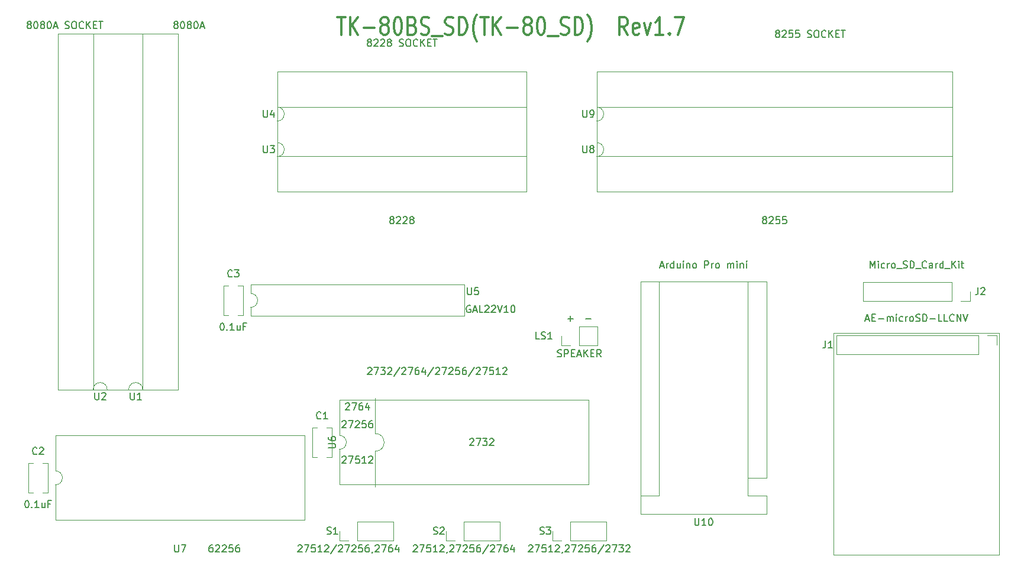
<source format=gto>
G04 #@! TF.GenerationSoftware,KiCad,Pcbnew,(5.1.9)-1*
G04 #@! TF.CreationDate,2024-10-23T13:36:11+09:00*
G04 #@! TF.ProjectId,TK-80_EXT-BOARD,544b2d38-305f-4455-9854-2d424f415244,rev?*
G04 #@! TF.SameCoordinates,PX53920b0PY93c3260*
G04 #@! TF.FileFunction,Legend,Top*
G04 #@! TF.FilePolarity,Positive*
%FSLAX46Y46*%
G04 Gerber Fmt 4.6, Leading zero omitted, Abs format (unit mm)*
G04 Created by KiCad (PCBNEW (5.1.9)-1) date 2024-10-23 13:36:11*
%MOMM*%
%LPD*%
G01*
G04 APERTURE LIST*
%ADD10C,0.150000*%
%ADD11C,0.120000*%
%ADD12C,0.300000*%
G04 APERTURE END LIST*
D10*
X57531904Y1722381D02*
X57579523Y1770000D01*
X57674761Y1817620D01*
X57912857Y1817620D01*
X58008095Y1770000D01*
X58055714Y1722381D01*
X58103333Y1627143D01*
X58103333Y1531905D01*
X58055714Y1389048D01*
X57484285Y817620D01*
X58103333Y817620D01*
X58436666Y1817620D02*
X59103333Y1817620D01*
X58674761Y817620D01*
X59960476Y1817620D02*
X59484285Y1817620D01*
X59436666Y1341429D01*
X59484285Y1389048D01*
X59579523Y1436667D01*
X59817619Y1436667D01*
X59912857Y1389048D01*
X59960476Y1341429D01*
X60008095Y1246191D01*
X60008095Y1008096D01*
X59960476Y912858D01*
X59912857Y865239D01*
X59817619Y817620D01*
X59579523Y817620D01*
X59484285Y865239D01*
X59436666Y912858D01*
X60960476Y817620D02*
X60389047Y817620D01*
X60674761Y817620D02*
X60674761Y1817620D01*
X60579523Y1674762D01*
X60484285Y1579524D01*
X60389047Y1531905D01*
X61341428Y1722381D02*
X61389047Y1770000D01*
X61484285Y1817620D01*
X61722380Y1817620D01*
X61817619Y1770000D01*
X61865238Y1722381D01*
X61912857Y1627143D01*
X61912857Y1531905D01*
X61865238Y1389048D01*
X61293809Y817620D01*
X61912857Y817620D01*
X62389047Y865239D02*
X62389047Y817620D01*
X62341428Y722381D01*
X62293809Y674762D01*
X62770000Y1722381D02*
X62817619Y1770000D01*
X62912857Y1817620D01*
X63150952Y1817620D01*
X63246190Y1770000D01*
X63293809Y1722381D01*
X63341428Y1627143D01*
X63341428Y1531905D01*
X63293809Y1389048D01*
X62722380Y817620D01*
X63341428Y817620D01*
X63674761Y1817620D02*
X64341428Y1817620D01*
X63912857Y817620D01*
X64674761Y1722381D02*
X64722380Y1770000D01*
X64817619Y1817620D01*
X65055714Y1817620D01*
X65150952Y1770000D01*
X65198571Y1722381D01*
X65246190Y1627143D01*
X65246190Y1531905D01*
X65198571Y1389048D01*
X64627142Y817620D01*
X65246190Y817620D01*
X66150952Y1817620D02*
X65674761Y1817620D01*
X65627142Y1341429D01*
X65674761Y1389048D01*
X65770000Y1436667D01*
X66008095Y1436667D01*
X66103333Y1389048D01*
X66150952Y1341429D01*
X66198571Y1246191D01*
X66198571Y1008096D01*
X66150952Y912858D01*
X66103333Y865239D01*
X66008095Y817620D01*
X65770000Y817620D01*
X65674761Y865239D01*
X65627142Y912858D01*
X67055714Y1817620D02*
X66865238Y1817620D01*
X66770000Y1770000D01*
X66722380Y1722381D01*
X66627142Y1579524D01*
X66579523Y1389048D01*
X66579523Y1008096D01*
X66627142Y912858D01*
X66674761Y865239D01*
X66770000Y817620D01*
X66960476Y817620D01*
X67055714Y865239D01*
X67103333Y912858D01*
X67150952Y1008096D01*
X67150952Y1246191D01*
X67103333Y1341429D01*
X67055714Y1389048D01*
X66960476Y1436667D01*
X66770000Y1436667D01*
X66674761Y1389048D01*
X66627142Y1341429D01*
X66579523Y1246191D01*
X68293809Y1865239D02*
X67436666Y579524D01*
X68579523Y1722381D02*
X68627142Y1770000D01*
X68722380Y1817620D01*
X68960476Y1817620D01*
X69055714Y1770000D01*
X69103333Y1722381D01*
X69150952Y1627143D01*
X69150952Y1531905D01*
X69103333Y1389048D01*
X68531904Y817620D01*
X69150952Y817620D01*
X69484285Y1817620D02*
X70150952Y1817620D01*
X69722380Y817620D01*
X70960476Y1817620D02*
X70770000Y1817620D01*
X70674761Y1770000D01*
X70627142Y1722381D01*
X70531904Y1579524D01*
X70484285Y1389048D01*
X70484285Y1008096D01*
X70531904Y912858D01*
X70579523Y865239D01*
X70674761Y817620D01*
X70865238Y817620D01*
X70960476Y865239D01*
X71008095Y912858D01*
X71055714Y1008096D01*
X71055714Y1246191D01*
X71008095Y1341429D01*
X70960476Y1389048D01*
X70865238Y1436667D01*
X70674761Y1436667D01*
X70579523Y1389048D01*
X70531904Y1341429D01*
X70484285Y1246191D01*
X71912857Y1484286D02*
X71912857Y817620D01*
X71674761Y1865239D02*
X71436666Y1150953D01*
X72055714Y1150953D01*
X47815714Y22042381D02*
X47863333Y22090000D01*
X47958571Y22137620D01*
X48196666Y22137620D01*
X48291904Y22090000D01*
X48339523Y22042381D01*
X48387142Y21947143D01*
X48387142Y21851905D01*
X48339523Y21709048D01*
X47768095Y21137620D01*
X48387142Y21137620D01*
X48720476Y22137620D02*
X49387142Y22137620D01*
X48958571Y21137620D01*
X50196666Y22137620D02*
X50006190Y22137620D01*
X49910952Y22090000D01*
X49863333Y22042381D01*
X49768095Y21899524D01*
X49720476Y21709048D01*
X49720476Y21328096D01*
X49768095Y21232858D01*
X49815714Y21185239D01*
X49910952Y21137620D01*
X50101428Y21137620D01*
X50196666Y21185239D01*
X50244285Y21232858D01*
X50291904Y21328096D01*
X50291904Y21566191D01*
X50244285Y21661429D01*
X50196666Y21709048D01*
X50101428Y21756667D01*
X49910952Y21756667D01*
X49815714Y21709048D01*
X49768095Y21661429D01*
X49720476Y21566191D01*
X51149047Y21804286D02*
X51149047Y21137620D01*
X50910952Y22185239D02*
X50672857Y21470953D01*
X51291904Y21470953D01*
X74041904Y1722381D02*
X74089523Y1770000D01*
X74184761Y1817620D01*
X74422857Y1817620D01*
X74518095Y1770000D01*
X74565714Y1722381D01*
X74613333Y1627143D01*
X74613333Y1531905D01*
X74565714Y1389048D01*
X73994285Y817620D01*
X74613333Y817620D01*
X74946666Y1817620D02*
X75613333Y1817620D01*
X75184761Y817620D01*
X76470476Y1817620D02*
X75994285Y1817620D01*
X75946666Y1341429D01*
X75994285Y1389048D01*
X76089523Y1436667D01*
X76327619Y1436667D01*
X76422857Y1389048D01*
X76470476Y1341429D01*
X76518095Y1246191D01*
X76518095Y1008096D01*
X76470476Y912858D01*
X76422857Y865239D01*
X76327619Y817620D01*
X76089523Y817620D01*
X75994285Y865239D01*
X75946666Y912858D01*
X77470476Y817620D02*
X76899047Y817620D01*
X77184761Y817620D02*
X77184761Y1817620D01*
X77089523Y1674762D01*
X76994285Y1579524D01*
X76899047Y1531905D01*
X77851428Y1722381D02*
X77899047Y1770000D01*
X77994285Y1817620D01*
X78232380Y1817620D01*
X78327619Y1770000D01*
X78375238Y1722381D01*
X78422857Y1627143D01*
X78422857Y1531905D01*
X78375238Y1389048D01*
X77803809Y817620D01*
X78422857Y817620D01*
X78899047Y865239D02*
X78899047Y817620D01*
X78851428Y722381D01*
X78803809Y674762D01*
X79280000Y1722381D02*
X79327619Y1770000D01*
X79422857Y1817620D01*
X79660952Y1817620D01*
X79756190Y1770000D01*
X79803809Y1722381D01*
X79851428Y1627143D01*
X79851428Y1531905D01*
X79803809Y1389048D01*
X79232380Y817620D01*
X79851428Y817620D01*
X80184761Y1817620D02*
X80851428Y1817620D01*
X80422857Y817620D01*
X81184761Y1722381D02*
X81232380Y1770000D01*
X81327619Y1817620D01*
X81565714Y1817620D01*
X81660952Y1770000D01*
X81708571Y1722381D01*
X81756190Y1627143D01*
X81756190Y1531905D01*
X81708571Y1389048D01*
X81137142Y817620D01*
X81756190Y817620D01*
X82660952Y1817620D02*
X82184761Y1817620D01*
X82137142Y1341429D01*
X82184761Y1389048D01*
X82280000Y1436667D01*
X82518095Y1436667D01*
X82613333Y1389048D01*
X82660952Y1341429D01*
X82708571Y1246191D01*
X82708571Y1008096D01*
X82660952Y912858D01*
X82613333Y865239D01*
X82518095Y817620D01*
X82280000Y817620D01*
X82184761Y865239D01*
X82137142Y912858D01*
X83565714Y1817620D02*
X83375238Y1817620D01*
X83280000Y1770000D01*
X83232380Y1722381D01*
X83137142Y1579524D01*
X83089523Y1389048D01*
X83089523Y1008096D01*
X83137142Y912858D01*
X83184761Y865239D01*
X83280000Y817620D01*
X83470476Y817620D01*
X83565714Y865239D01*
X83613333Y912858D01*
X83660952Y1008096D01*
X83660952Y1246191D01*
X83613333Y1341429D01*
X83565714Y1389048D01*
X83470476Y1436667D01*
X83280000Y1436667D01*
X83184761Y1389048D01*
X83137142Y1341429D01*
X83089523Y1246191D01*
X84803809Y1865239D02*
X83946666Y579524D01*
X85089523Y1722381D02*
X85137142Y1770000D01*
X85232380Y1817620D01*
X85470476Y1817620D01*
X85565714Y1770000D01*
X85613333Y1722381D01*
X85660952Y1627143D01*
X85660952Y1531905D01*
X85613333Y1389048D01*
X85041904Y817620D01*
X85660952Y817620D01*
X85994285Y1817620D02*
X86660952Y1817620D01*
X86232380Y817620D01*
X86946666Y1817620D02*
X87565714Y1817620D01*
X87232380Y1436667D01*
X87375238Y1436667D01*
X87470476Y1389048D01*
X87518095Y1341429D01*
X87565714Y1246191D01*
X87565714Y1008096D01*
X87518095Y912858D01*
X87470476Y865239D01*
X87375238Y817620D01*
X87089523Y817620D01*
X86994285Y865239D01*
X86946666Y912858D01*
X87946666Y1722381D02*
X87994285Y1770000D01*
X88089523Y1817620D01*
X88327619Y1817620D01*
X88422857Y1770000D01*
X88470476Y1722381D01*
X88518095Y1627143D01*
X88518095Y1531905D01*
X88470476Y1389048D01*
X87899047Y817620D01*
X88518095Y817620D01*
X41021904Y1722381D02*
X41069523Y1770000D01*
X41164761Y1817620D01*
X41402857Y1817620D01*
X41498095Y1770000D01*
X41545714Y1722381D01*
X41593333Y1627143D01*
X41593333Y1531905D01*
X41545714Y1389048D01*
X40974285Y817620D01*
X41593333Y817620D01*
X41926666Y1817620D02*
X42593333Y1817620D01*
X42164761Y817620D01*
X43450476Y1817620D02*
X42974285Y1817620D01*
X42926666Y1341429D01*
X42974285Y1389048D01*
X43069523Y1436667D01*
X43307619Y1436667D01*
X43402857Y1389048D01*
X43450476Y1341429D01*
X43498095Y1246191D01*
X43498095Y1008096D01*
X43450476Y912858D01*
X43402857Y865239D01*
X43307619Y817620D01*
X43069523Y817620D01*
X42974285Y865239D01*
X42926666Y912858D01*
X44450476Y817620D02*
X43879047Y817620D01*
X44164761Y817620D02*
X44164761Y1817620D01*
X44069523Y1674762D01*
X43974285Y1579524D01*
X43879047Y1531905D01*
X44831428Y1722381D02*
X44879047Y1770000D01*
X44974285Y1817620D01*
X45212380Y1817620D01*
X45307619Y1770000D01*
X45355238Y1722381D01*
X45402857Y1627143D01*
X45402857Y1531905D01*
X45355238Y1389048D01*
X44783809Y817620D01*
X45402857Y817620D01*
X46545714Y1865239D02*
X45688571Y579524D01*
X46831428Y1722381D02*
X46879047Y1770000D01*
X46974285Y1817620D01*
X47212380Y1817620D01*
X47307619Y1770000D01*
X47355238Y1722381D01*
X47402857Y1627143D01*
X47402857Y1531905D01*
X47355238Y1389048D01*
X46783809Y817620D01*
X47402857Y817620D01*
X47736190Y1817620D02*
X48402857Y1817620D01*
X47974285Y817620D01*
X48736190Y1722381D02*
X48783809Y1770000D01*
X48879047Y1817620D01*
X49117142Y1817620D01*
X49212380Y1770000D01*
X49260000Y1722381D01*
X49307619Y1627143D01*
X49307619Y1531905D01*
X49260000Y1389048D01*
X48688571Y817620D01*
X49307619Y817620D01*
X50212380Y1817620D02*
X49736190Y1817620D01*
X49688571Y1341429D01*
X49736190Y1389048D01*
X49831428Y1436667D01*
X50069523Y1436667D01*
X50164761Y1389048D01*
X50212380Y1341429D01*
X50260000Y1246191D01*
X50260000Y1008096D01*
X50212380Y912858D01*
X50164761Y865239D01*
X50069523Y817620D01*
X49831428Y817620D01*
X49736190Y865239D01*
X49688571Y912858D01*
X51117142Y1817620D02*
X50926666Y1817620D01*
X50831428Y1770000D01*
X50783809Y1722381D01*
X50688571Y1579524D01*
X50640952Y1389048D01*
X50640952Y1008096D01*
X50688571Y912858D01*
X50736190Y865239D01*
X50831428Y817620D01*
X51021904Y817620D01*
X51117142Y865239D01*
X51164761Y912858D01*
X51212380Y1008096D01*
X51212380Y1246191D01*
X51164761Y1341429D01*
X51117142Y1389048D01*
X51021904Y1436667D01*
X50831428Y1436667D01*
X50736190Y1389048D01*
X50688571Y1341429D01*
X50640952Y1246191D01*
X51688571Y865239D02*
X51688571Y817620D01*
X51640952Y722381D01*
X51593333Y674762D01*
X52069523Y1722381D02*
X52117142Y1770000D01*
X52212380Y1817620D01*
X52450476Y1817620D01*
X52545714Y1770000D01*
X52593333Y1722381D01*
X52640952Y1627143D01*
X52640952Y1531905D01*
X52593333Y1389048D01*
X52021904Y817620D01*
X52640952Y817620D01*
X52974285Y1817620D02*
X53640952Y1817620D01*
X53212380Y817620D01*
X54450476Y1817620D02*
X54260000Y1817620D01*
X54164761Y1770000D01*
X54117142Y1722381D01*
X54021904Y1579524D01*
X53974285Y1389048D01*
X53974285Y1008096D01*
X54021904Y912858D01*
X54069523Y865239D01*
X54164761Y817620D01*
X54355238Y817620D01*
X54450476Y865239D01*
X54498095Y912858D01*
X54545714Y1008096D01*
X54545714Y1246191D01*
X54498095Y1341429D01*
X54450476Y1389048D01*
X54355238Y1436667D01*
X54164761Y1436667D01*
X54069523Y1389048D01*
X54021904Y1341429D01*
X53974285Y1246191D01*
X55402857Y1484286D02*
X55402857Y817620D01*
X55164761Y1865239D02*
X54926666Y1150953D01*
X55545714Y1150953D01*
X47339523Y14422381D02*
X47387142Y14470000D01*
X47482380Y14517620D01*
X47720476Y14517620D01*
X47815714Y14470000D01*
X47863333Y14422381D01*
X47910952Y14327143D01*
X47910952Y14231905D01*
X47863333Y14089048D01*
X47291904Y13517620D01*
X47910952Y13517620D01*
X48244285Y14517620D02*
X48910952Y14517620D01*
X48482380Y13517620D01*
X49768095Y14517620D02*
X49291904Y14517620D01*
X49244285Y14041429D01*
X49291904Y14089048D01*
X49387142Y14136667D01*
X49625238Y14136667D01*
X49720476Y14089048D01*
X49768095Y14041429D01*
X49815714Y13946191D01*
X49815714Y13708096D01*
X49768095Y13612858D01*
X49720476Y13565239D01*
X49625238Y13517620D01*
X49387142Y13517620D01*
X49291904Y13565239D01*
X49244285Y13612858D01*
X50768095Y13517620D02*
X50196666Y13517620D01*
X50482380Y13517620D02*
X50482380Y14517620D01*
X50387142Y14374762D01*
X50291904Y14279524D01*
X50196666Y14231905D01*
X51149047Y14422381D02*
X51196666Y14470000D01*
X51291904Y14517620D01*
X51530000Y14517620D01*
X51625238Y14470000D01*
X51672857Y14422381D01*
X51720476Y14327143D01*
X51720476Y14231905D01*
X51672857Y14089048D01*
X51101428Y13517620D01*
X51720476Y13517620D01*
X47339523Y19502381D02*
X47387142Y19550000D01*
X47482380Y19597620D01*
X47720476Y19597620D01*
X47815714Y19550000D01*
X47863333Y19502381D01*
X47910952Y19407143D01*
X47910952Y19311905D01*
X47863333Y19169048D01*
X47291904Y18597620D01*
X47910952Y18597620D01*
X48244285Y19597620D02*
X48910952Y19597620D01*
X48482380Y18597620D01*
X49244285Y19502381D02*
X49291904Y19550000D01*
X49387142Y19597620D01*
X49625238Y19597620D01*
X49720476Y19550000D01*
X49768095Y19502381D01*
X49815714Y19407143D01*
X49815714Y19311905D01*
X49768095Y19169048D01*
X49196666Y18597620D01*
X49815714Y18597620D01*
X50720476Y19597620D02*
X50244285Y19597620D01*
X50196666Y19121429D01*
X50244285Y19169048D01*
X50339523Y19216667D01*
X50577619Y19216667D01*
X50672857Y19169048D01*
X50720476Y19121429D01*
X50768095Y19026191D01*
X50768095Y18788096D01*
X50720476Y18692858D01*
X50672857Y18645239D01*
X50577619Y18597620D01*
X50339523Y18597620D01*
X50244285Y18645239D01*
X50196666Y18692858D01*
X51625238Y19597620D02*
X51434761Y19597620D01*
X51339523Y19550000D01*
X51291904Y19502381D01*
X51196666Y19359524D01*
X51149047Y19169048D01*
X51149047Y18788096D01*
X51196666Y18692858D01*
X51244285Y18645239D01*
X51339523Y18597620D01*
X51530000Y18597620D01*
X51625238Y18645239D01*
X51672857Y18692858D01*
X51720476Y18788096D01*
X51720476Y19026191D01*
X51672857Y19121429D01*
X51625238Y19169048D01*
X51530000Y19216667D01*
X51339523Y19216667D01*
X51244285Y19169048D01*
X51196666Y19121429D01*
X51149047Y19026191D01*
X65595714Y16962381D02*
X65643333Y17010000D01*
X65738571Y17057620D01*
X65976666Y17057620D01*
X66071904Y17010000D01*
X66119523Y16962381D01*
X66167142Y16867143D01*
X66167142Y16771905D01*
X66119523Y16629048D01*
X65548095Y16057620D01*
X66167142Y16057620D01*
X66500476Y17057620D02*
X67167142Y17057620D01*
X66738571Y16057620D01*
X67452857Y17057620D02*
X68071904Y17057620D01*
X67738571Y16676667D01*
X67881428Y16676667D01*
X67976666Y16629048D01*
X68024285Y16581429D01*
X68071904Y16486191D01*
X68071904Y16248096D01*
X68024285Y16152858D01*
X67976666Y16105239D01*
X67881428Y16057620D01*
X67595714Y16057620D01*
X67500476Y16105239D01*
X67452857Y16152858D01*
X68452857Y16962381D02*
X68500476Y17010000D01*
X68595714Y17057620D01*
X68833809Y17057620D01*
X68929047Y17010000D01*
X68976666Y16962381D01*
X69024285Y16867143D01*
X69024285Y16771905D01*
X68976666Y16629048D01*
X68405238Y16057620D01*
X69024285Y16057620D01*
D11*
X52070000Y17780000D02*
G75*
G02*
X52070000Y15240000I0J-1270000D01*
G01*
X52070000Y10160000D02*
X52070000Y15240000D01*
X52070000Y22860000D02*
X52070000Y17780000D01*
D10*
X30107142Y33567620D02*
X30202380Y33567620D01*
X30297619Y33520000D01*
X30345238Y33472381D01*
X30392857Y33377143D01*
X30440476Y33186667D01*
X30440476Y32948572D01*
X30392857Y32758096D01*
X30345238Y32662858D01*
X30297619Y32615239D01*
X30202380Y32567620D01*
X30107142Y32567620D01*
X30011904Y32615239D01*
X29964285Y32662858D01*
X29916666Y32758096D01*
X29869047Y32948572D01*
X29869047Y33186667D01*
X29916666Y33377143D01*
X29964285Y33472381D01*
X30011904Y33520000D01*
X30107142Y33567620D01*
X30869047Y32662858D02*
X30916666Y32615239D01*
X30869047Y32567620D01*
X30821428Y32615239D01*
X30869047Y32662858D01*
X30869047Y32567620D01*
X31869047Y32567620D02*
X31297619Y32567620D01*
X31583333Y32567620D02*
X31583333Y33567620D01*
X31488095Y33424762D01*
X31392857Y33329524D01*
X31297619Y33281905D01*
X32726190Y33234286D02*
X32726190Y32567620D01*
X32297619Y33234286D02*
X32297619Y32710477D01*
X32345238Y32615239D01*
X32440476Y32567620D01*
X32583333Y32567620D01*
X32678571Y32615239D01*
X32726190Y32662858D01*
X33535714Y33091429D02*
X33202380Y33091429D01*
X33202380Y32567620D02*
X33202380Y33567620D01*
X33678571Y33567620D01*
X2167142Y8167620D02*
X2262380Y8167620D01*
X2357619Y8120000D01*
X2405238Y8072381D01*
X2452857Y7977143D01*
X2500476Y7786667D01*
X2500476Y7548572D01*
X2452857Y7358096D01*
X2405238Y7262858D01*
X2357619Y7215239D01*
X2262380Y7167620D01*
X2167142Y7167620D01*
X2071904Y7215239D01*
X2024285Y7262858D01*
X1976666Y7358096D01*
X1929047Y7548572D01*
X1929047Y7786667D01*
X1976666Y7977143D01*
X2024285Y8072381D01*
X2071904Y8120000D01*
X2167142Y8167620D01*
X2929047Y7262858D02*
X2976666Y7215239D01*
X2929047Y7167620D01*
X2881428Y7215239D01*
X2929047Y7262858D01*
X2929047Y7167620D01*
X3929047Y7167620D02*
X3357619Y7167620D01*
X3643333Y7167620D02*
X3643333Y8167620D01*
X3548095Y8024762D01*
X3452857Y7929524D01*
X3357619Y7881905D01*
X4786190Y7834286D02*
X4786190Y7167620D01*
X4357619Y7834286D02*
X4357619Y7310477D01*
X4405238Y7215239D01*
X4500476Y7167620D01*
X4643333Y7167620D01*
X4738571Y7215239D01*
X4786190Y7262858D01*
X5595714Y7691429D02*
X5262380Y7691429D01*
X5262380Y7167620D02*
X5262380Y8167620D01*
X5738571Y8167620D01*
X28765714Y1817620D02*
X28575238Y1817620D01*
X28480000Y1770000D01*
X28432380Y1722381D01*
X28337142Y1579524D01*
X28289523Y1389048D01*
X28289523Y1008096D01*
X28337142Y912858D01*
X28384761Y865239D01*
X28480000Y817620D01*
X28670476Y817620D01*
X28765714Y865239D01*
X28813333Y912858D01*
X28860952Y1008096D01*
X28860952Y1246191D01*
X28813333Y1341429D01*
X28765714Y1389048D01*
X28670476Y1436667D01*
X28480000Y1436667D01*
X28384761Y1389048D01*
X28337142Y1341429D01*
X28289523Y1246191D01*
X29241904Y1722381D02*
X29289523Y1770000D01*
X29384761Y1817620D01*
X29622857Y1817620D01*
X29718095Y1770000D01*
X29765714Y1722381D01*
X29813333Y1627143D01*
X29813333Y1531905D01*
X29765714Y1389048D01*
X29194285Y817620D01*
X29813333Y817620D01*
X30194285Y1722381D02*
X30241904Y1770000D01*
X30337142Y1817620D01*
X30575238Y1817620D01*
X30670476Y1770000D01*
X30718095Y1722381D01*
X30765714Y1627143D01*
X30765714Y1531905D01*
X30718095Y1389048D01*
X30146666Y817620D01*
X30765714Y817620D01*
X31670476Y1817620D02*
X31194285Y1817620D01*
X31146666Y1341429D01*
X31194285Y1389048D01*
X31289523Y1436667D01*
X31527619Y1436667D01*
X31622857Y1389048D01*
X31670476Y1341429D01*
X31718095Y1246191D01*
X31718095Y1008096D01*
X31670476Y912858D01*
X31622857Y865239D01*
X31527619Y817620D01*
X31289523Y817620D01*
X31194285Y865239D01*
X31146666Y912858D01*
X32575238Y1817620D02*
X32384761Y1817620D01*
X32289523Y1770000D01*
X32241904Y1722381D01*
X32146666Y1579524D01*
X32099047Y1389048D01*
X32099047Y1008096D01*
X32146666Y912858D01*
X32194285Y865239D01*
X32289523Y817620D01*
X32480000Y817620D01*
X32575238Y865239D01*
X32622857Y912858D01*
X32670476Y1008096D01*
X32670476Y1246191D01*
X32622857Y1341429D01*
X32575238Y1389048D01*
X32480000Y1436667D01*
X32289523Y1436667D01*
X32194285Y1389048D01*
X32146666Y1341429D01*
X32099047Y1246191D01*
X51007619Y27122381D02*
X51055238Y27170000D01*
X51150476Y27217620D01*
X51388571Y27217620D01*
X51483809Y27170000D01*
X51531428Y27122381D01*
X51579047Y27027143D01*
X51579047Y26931905D01*
X51531428Y26789048D01*
X50960000Y26217620D01*
X51579047Y26217620D01*
X51912380Y27217620D02*
X52579047Y27217620D01*
X52150476Y26217620D01*
X52864761Y27217620D02*
X53483809Y27217620D01*
X53150476Y26836667D01*
X53293333Y26836667D01*
X53388571Y26789048D01*
X53436190Y26741429D01*
X53483809Y26646191D01*
X53483809Y26408096D01*
X53436190Y26312858D01*
X53388571Y26265239D01*
X53293333Y26217620D01*
X53007619Y26217620D01*
X52912380Y26265239D01*
X52864761Y26312858D01*
X53864761Y27122381D02*
X53912380Y27170000D01*
X54007619Y27217620D01*
X54245714Y27217620D01*
X54340952Y27170000D01*
X54388571Y27122381D01*
X54436190Y27027143D01*
X54436190Y26931905D01*
X54388571Y26789048D01*
X53817142Y26217620D01*
X54436190Y26217620D01*
X55579047Y27265239D02*
X54721904Y25979524D01*
X55864761Y27122381D02*
X55912380Y27170000D01*
X56007619Y27217620D01*
X56245714Y27217620D01*
X56340952Y27170000D01*
X56388571Y27122381D01*
X56436190Y27027143D01*
X56436190Y26931905D01*
X56388571Y26789048D01*
X55817142Y26217620D01*
X56436190Y26217620D01*
X56769523Y27217620D02*
X57436190Y27217620D01*
X57007619Y26217620D01*
X58245714Y27217620D02*
X58055238Y27217620D01*
X57960000Y27170000D01*
X57912380Y27122381D01*
X57817142Y26979524D01*
X57769523Y26789048D01*
X57769523Y26408096D01*
X57817142Y26312858D01*
X57864761Y26265239D01*
X57960000Y26217620D01*
X58150476Y26217620D01*
X58245714Y26265239D01*
X58293333Y26312858D01*
X58340952Y26408096D01*
X58340952Y26646191D01*
X58293333Y26741429D01*
X58245714Y26789048D01*
X58150476Y26836667D01*
X57960000Y26836667D01*
X57864761Y26789048D01*
X57817142Y26741429D01*
X57769523Y26646191D01*
X59198095Y26884286D02*
X59198095Y26217620D01*
X58960000Y27265239D02*
X58721904Y26550953D01*
X59340952Y26550953D01*
X60436190Y27265239D02*
X59579047Y25979524D01*
X60721904Y27122381D02*
X60769523Y27170000D01*
X60864761Y27217620D01*
X61102857Y27217620D01*
X61198095Y27170000D01*
X61245714Y27122381D01*
X61293333Y27027143D01*
X61293333Y26931905D01*
X61245714Y26789048D01*
X60674285Y26217620D01*
X61293333Y26217620D01*
X61626666Y27217620D02*
X62293333Y27217620D01*
X61864761Y26217620D01*
X62626666Y27122381D02*
X62674285Y27170000D01*
X62769523Y27217620D01*
X63007619Y27217620D01*
X63102857Y27170000D01*
X63150476Y27122381D01*
X63198095Y27027143D01*
X63198095Y26931905D01*
X63150476Y26789048D01*
X62579047Y26217620D01*
X63198095Y26217620D01*
X64102857Y27217620D02*
X63626666Y27217620D01*
X63579047Y26741429D01*
X63626666Y26789048D01*
X63721904Y26836667D01*
X63960000Y26836667D01*
X64055238Y26789048D01*
X64102857Y26741429D01*
X64150476Y26646191D01*
X64150476Y26408096D01*
X64102857Y26312858D01*
X64055238Y26265239D01*
X63960000Y26217620D01*
X63721904Y26217620D01*
X63626666Y26265239D01*
X63579047Y26312858D01*
X65007619Y27217620D02*
X64817142Y27217620D01*
X64721904Y27170000D01*
X64674285Y27122381D01*
X64579047Y26979524D01*
X64531428Y26789048D01*
X64531428Y26408096D01*
X64579047Y26312858D01*
X64626666Y26265239D01*
X64721904Y26217620D01*
X64912380Y26217620D01*
X65007619Y26265239D01*
X65055238Y26312858D01*
X65102857Y26408096D01*
X65102857Y26646191D01*
X65055238Y26741429D01*
X65007619Y26789048D01*
X64912380Y26836667D01*
X64721904Y26836667D01*
X64626666Y26789048D01*
X64579047Y26741429D01*
X64531428Y26646191D01*
X66245714Y27265239D02*
X65388571Y25979524D01*
X66531428Y27122381D02*
X66579047Y27170000D01*
X66674285Y27217620D01*
X66912380Y27217620D01*
X67007619Y27170000D01*
X67055238Y27122381D01*
X67102857Y27027143D01*
X67102857Y26931905D01*
X67055238Y26789048D01*
X66483809Y26217620D01*
X67102857Y26217620D01*
X67436190Y27217620D02*
X68102857Y27217620D01*
X67674285Y26217620D01*
X68960000Y27217620D02*
X68483809Y27217620D01*
X68436190Y26741429D01*
X68483809Y26789048D01*
X68579047Y26836667D01*
X68817142Y26836667D01*
X68912380Y26789048D01*
X68960000Y26741429D01*
X69007619Y26646191D01*
X69007619Y26408096D01*
X68960000Y26312858D01*
X68912380Y26265239D01*
X68817142Y26217620D01*
X68579047Y26217620D01*
X68483809Y26265239D01*
X68436190Y26312858D01*
X69960000Y26217620D02*
X69388571Y26217620D01*
X69674285Y26217620D02*
X69674285Y27217620D01*
X69579047Y27074762D01*
X69483809Y26979524D01*
X69388571Y26931905D01*
X70340952Y27122381D02*
X70388571Y27170000D01*
X70483809Y27217620D01*
X70721904Y27217620D01*
X70817142Y27170000D01*
X70864761Y27122381D01*
X70912380Y27027143D01*
X70912380Y26931905D01*
X70864761Y26789048D01*
X70293333Y26217620D01*
X70912380Y26217620D01*
X65675238Y36060000D02*
X65580000Y36107620D01*
X65437142Y36107620D01*
X65294285Y36060000D01*
X65199047Y35964762D01*
X65151428Y35869524D01*
X65103809Y35679048D01*
X65103809Y35536191D01*
X65151428Y35345715D01*
X65199047Y35250477D01*
X65294285Y35155239D01*
X65437142Y35107620D01*
X65532380Y35107620D01*
X65675238Y35155239D01*
X65722857Y35202858D01*
X65722857Y35536191D01*
X65532380Y35536191D01*
X66103809Y35393334D02*
X66580000Y35393334D01*
X66008571Y35107620D02*
X66341904Y36107620D01*
X66675238Y35107620D01*
X67484761Y35107620D02*
X67008571Y35107620D01*
X67008571Y36107620D01*
X67770476Y36012381D02*
X67818095Y36060000D01*
X67913333Y36107620D01*
X68151428Y36107620D01*
X68246666Y36060000D01*
X68294285Y36012381D01*
X68341904Y35917143D01*
X68341904Y35821905D01*
X68294285Y35679048D01*
X67722857Y35107620D01*
X68341904Y35107620D01*
X68722857Y36012381D02*
X68770476Y36060000D01*
X68865714Y36107620D01*
X69103809Y36107620D01*
X69199047Y36060000D01*
X69246666Y36012381D01*
X69294285Y35917143D01*
X69294285Y35821905D01*
X69246666Y35679048D01*
X68675238Y35107620D01*
X69294285Y35107620D01*
X69580000Y36107620D02*
X69913333Y35107620D01*
X70246666Y36107620D01*
X71103809Y35107620D02*
X70532380Y35107620D01*
X70818095Y35107620D02*
X70818095Y36107620D01*
X70722857Y35964762D01*
X70627619Y35869524D01*
X70532380Y35821905D01*
X71722857Y36107620D02*
X71818095Y36107620D01*
X71913333Y36060000D01*
X71960952Y36012381D01*
X72008571Y35917143D01*
X72056190Y35726667D01*
X72056190Y35488572D01*
X72008571Y35298096D01*
X71960952Y35202858D01*
X71913333Y35155239D01*
X71818095Y35107620D01*
X71722857Y35107620D01*
X71627619Y35155239D01*
X71580000Y35202858D01*
X71532380Y35298096D01*
X71484761Y35488572D01*
X71484761Y35726667D01*
X71532380Y35917143D01*
X71580000Y36012381D01*
X71627619Y36060000D01*
X71722857Y36107620D01*
X54356190Y48379048D02*
X54260952Y48426667D01*
X54213333Y48474286D01*
X54165714Y48569524D01*
X54165714Y48617143D01*
X54213333Y48712381D01*
X54260952Y48760000D01*
X54356190Y48807620D01*
X54546666Y48807620D01*
X54641904Y48760000D01*
X54689523Y48712381D01*
X54737142Y48617143D01*
X54737142Y48569524D01*
X54689523Y48474286D01*
X54641904Y48426667D01*
X54546666Y48379048D01*
X54356190Y48379048D01*
X54260952Y48331429D01*
X54213333Y48283810D01*
X54165714Y48188572D01*
X54165714Y47998096D01*
X54213333Y47902858D01*
X54260952Y47855239D01*
X54356190Y47807620D01*
X54546666Y47807620D01*
X54641904Y47855239D01*
X54689523Y47902858D01*
X54737142Y47998096D01*
X54737142Y48188572D01*
X54689523Y48283810D01*
X54641904Y48331429D01*
X54546666Y48379048D01*
X55118095Y48712381D02*
X55165714Y48760000D01*
X55260952Y48807620D01*
X55499047Y48807620D01*
X55594285Y48760000D01*
X55641904Y48712381D01*
X55689523Y48617143D01*
X55689523Y48521905D01*
X55641904Y48379048D01*
X55070476Y47807620D01*
X55689523Y47807620D01*
X56070476Y48712381D02*
X56118095Y48760000D01*
X56213333Y48807620D01*
X56451428Y48807620D01*
X56546666Y48760000D01*
X56594285Y48712381D01*
X56641904Y48617143D01*
X56641904Y48521905D01*
X56594285Y48379048D01*
X56022857Y47807620D01*
X56641904Y47807620D01*
X57213333Y48379048D02*
X57118095Y48426667D01*
X57070476Y48474286D01*
X57022857Y48569524D01*
X57022857Y48617143D01*
X57070476Y48712381D01*
X57118095Y48760000D01*
X57213333Y48807620D01*
X57403809Y48807620D01*
X57499047Y48760000D01*
X57546666Y48712381D01*
X57594285Y48617143D01*
X57594285Y48569524D01*
X57546666Y48474286D01*
X57499047Y48426667D01*
X57403809Y48379048D01*
X57213333Y48379048D01*
X57118095Y48331429D01*
X57070476Y48283810D01*
X57022857Y48188572D01*
X57022857Y47998096D01*
X57070476Y47902858D01*
X57118095Y47855239D01*
X57213333Y47807620D01*
X57403809Y47807620D01*
X57499047Y47855239D01*
X57546666Y47902858D01*
X57594285Y47998096D01*
X57594285Y48188572D01*
X57546666Y48283810D01*
X57499047Y48331429D01*
X57403809Y48379048D01*
X51141904Y73779048D02*
X51046666Y73826667D01*
X50999047Y73874286D01*
X50951428Y73969524D01*
X50951428Y74017143D01*
X50999047Y74112381D01*
X51046666Y74160000D01*
X51141904Y74207620D01*
X51332380Y74207620D01*
X51427619Y74160000D01*
X51475238Y74112381D01*
X51522857Y74017143D01*
X51522857Y73969524D01*
X51475238Y73874286D01*
X51427619Y73826667D01*
X51332380Y73779048D01*
X51141904Y73779048D01*
X51046666Y73731429D01*
X50999047Y73683810D01*
X50951428Y73588572D01*
X50951428Y73398096D01*
X50999047Y73302858D01*
X51046666Y73255239D01*
X51141904Y73207620D01*
X51332380Y73207620D01*
X51427619Y73255239D01*
X51475238Y73302858D01*
X51522857Y73398096D01*
X51522857Y73588572D01*
X51475238Y73683810D01*
X51427619Y73731429D01*
X51332380Y73779048D01*
X51903809Y74112381D02*
X51951428Y74160000D01*
X52046666Y74207620D01*
X52284761Y74207620D01*
X52380000Y74160000D01*
X52427619Y74112381D01*
X52475238Y74017143D01*
X52475238Y73921905D01*
X52427619Y73779048D01*
X51856190Y73207620D01*
X52475238Y73207620D01*
X52856190Y74112381D02*
X52903809Y74160000D01*
X52999047Y74207620D01*
X53237142Y74207620D01*
X53332380Y74160000D01*
X53380000Y74112381D01*
X53427619Y74017143D01*
X53427619Y73921905D01*
X53380000Y73779048D01*
X52808571Y73207620D01*
X53427619Y73207620D01*
X53999047Y73779048D02*
X53903809Y73826667D01*
X53856190Y73874286D01*
X53808571Y73969524D01*
X53808571Y74017143D01*
X53856190Y74112381D01*
X53903809Y74160000D01*
X53999047Y74207620D01*
X54189523Y74207620D01*
X54284761Y74160000D01*
X54332380Y74112381D01*
X54380000Y74017143D01*
X54380000Y73969524D01*
X54332380Y73874286D01*
X54284761Y73826667D01*
X54189523Y73779048D01*
X53999047Y73779048D01*
X53903809Y73731429D01*
X53856190Y73683810D01*
X53808571Y73588572D01*
X53808571Y73398096D01*
X53856190Y73302858D01*
X53903809Y73255239D01*
X53999047Y73207620D01*
X54189523Y73207620D01*
X54284761Y73255239D01*
X54332380Y73302858D01*
X54380000Y73398096D01*
X54380000Y73588572D01*
X54332380Y73683810D01*
X54284761Y73731429D01*
X54189523Y73779048D01*
X55522857Y73255239D02*
X55665714Y73207620D01*
X55903809Y73207620D01*
X55999047Y73255239D01*
X56046666Y73302858D01*
X56094285Y73398096D01*
X56094285Y73493334D01*
X56046666Y73588572D01*
X55999047Y73636191D01*
X55903809Y73683810D01*
X55713333Y73731429D01*
X55618095Y73779048D01*
X55570476Y73826667D01*
X55522857Y73921905D01*
X55522857Y74017143D01*
X55570476Y74112381D01*
X55618095Y74160000D01*
X55713333Y74207620D01*
X55951428Y74207620D01*
X56094285Y74160000D01*
X56713333Y74207620D02*
X56903809Y74207620D01*
X56999047Y74160000D01*
X57094285Y74064762D01*
X57141904Y73874286D01*
X57141904Y73540953D01*
X57094285Y73350477D01*
X56999047Y73255239D01*
X56903809Y73207620D01*
X56713333Y73207620D01*
X56618095Y73255239D01*
X56522857Y73350477D01*
X56475238Y73540953D01*
X56475238Y73874286D01*
X56522857Y74064762D01*
X56618095Y74160000D01*
X56713333Y74207620D01*
X58141904Y73302858D02*
X58094285Y73255239D01*
X57951428Y73207620D01*
X57856190Y73207620D01*
X57713333Y73255239D01*
X57618095Y73350477D01*
X57570476Y73445715D01*
X57522857Y73636191D01*
X57522857Y73779048D01*
X57570476Y73969524D01*
X57618095Y74064762D01*
X57713333Y74160000D01*
X57856190Y74207620D01*
X57951428Y74207620D01*
X58094285Y74160000D01*
X58141904Y74112381D01*
X58570476Y73207620D02*
X58570476Y74207620D01*
X59141904Y73207620D02*
X58713333Y73779048D01*
X59141904Y74207620D02*
X58570476Y73636191D01*
X59570476Y73731429D02*
X59903809Y73731429D01*
X60046666Y73207620D02*
X59570476Y73207620D01*
X59570476Y74207620D01*
X60046666Y74207620D01*
X60332380Y74207620D02*
X60903809Y74207620D01*
X60618095Y73207620D02*
X60618095Y74207620D01*
X23447619Y76319048D02*
X23352380Y76366667D01*
X23304761Y76414286D01*
X23257142Y76509524D01*
X23257142Y76557143D01*
X23304761Y76652381D01*
X23352380Y76700000D01*
X23447619Y76747620D01*
X23638095Y76747620D01*
X23733333Y76700000D01*
X23780952Y76652381D01*
X23828571Y76557143D01*
X23828571Y76509524D01*
X23780952Y76414286D01*
X23733333Y76366667D01*
X23638095Y76319048D01*
X23447619Y76319048D01*
X23352380Y76271429D01*
X23304761Y76223810D01*
X23257142Y76128572D01*
X23257142Y75938096D01*
X23304761Y75842858D01*
X23352380Y75795239D01*
X23447619Y75747620D01*
X23638095Y75747620D01*
X23733333Y75795239D01*
X23780952Y75842858D01*
X23828571Y75938096D01*
X23828571Y76128572D01*
X23780952Y76223810D01*
X23733333Y76271429D01*
X23638095Y76319048D01*
X24447619Y76747620D02*
X24542857Y76747620D01*
X24638095Y76700000D01*
X24685714Y76652381D01*
X24733333Y76557143D01*
X24780952Y76366667D01*
X24780952Y76128572D01*
X24733333Y75938096D01*
X24685714Y75842858D01*
X24638095Y75795239D01*
X24542857Y75747620D01*
X24447619Y75747620D01*
X24352380Y75795239D01*
X24304761Y75842858D01*
X24257142Y75938096D01*
X24209523Y76128572D01*
X24209523Y76366667D01*
X24257142Y76557143D01*
X24304761Y76652381D01*
X24352380Y76700000D01*
X24447619Y76747620D01*
X25352380Y76319048D02*
X25257142Y76366667D01*
X25209523Y76414286D01*
X25161904Y76509524D01*
X25161904Y76557143D01*
X25209523Y76652381D01*
X25257142Y76700000D01*
X25352380Y76747620D01*
X25542857Y76747620D01*
X25638095Y76700000D01*
X25685714Y76652381D01*
X25733333Y76557143D01*
X25733333Y76509524D01*
X25685714Y76414286D01*
X25638095Y76366667D01*
X25542857Y76319048D01*
X25352380Y76319048D01*
X25257142Y76271429D01*
X25209523Y76223810D01*
X25161904Y76128572D01*
X25161904Y75938096D01*
X25209523Y75842858D01*
X25257142Y75795239D01*
X25352380Y75747620D01*
X25542857Y75747620D01*
X25638095Y75795239D01*
X25685714Y75842858D01*
X25733333Y75938096D01*
X25733333Y76128572D01*
X25685714Y76223810D01*
X25638095Y76271429D01*
X25542857Y76319048D01*
X26352380Y76747620D02*
X26447619Y76747620D01*
X26542857Y76700000D01*
X26590476Y76652381D01*
X26638095Y76557143D01*
X26685714Y76366667D01*
X26685714Y76128572D01*
X26638095Y75938096D01*
X26590476Y75842858D01*
X26542857Y75795239D01*
X26447619Y75747620D01*
X26352380Y75747620D01*
X26257142Y75795239D01*
X26209523Y75842858D01*
X26161904Y75938096D01*
X26114285Y76128572D01*
X26114285Y76366667D01*
X26161904Y76557143D01*
X26209523Y76652381D01*
X26257142Y76700000D01*
X26352380Y76747620D01*
X27066666Y76033334D02*
X27542857Y76033334D01*
X26971428Y75747620D02*
X27304761Y76747620D01*
X27638095Y75747620D01*
X2453333Y76319048D02*
X2358095Y76366667D01*
X2310476Y76414286D01*
X2262857Y76509524D01*
X2262857Y76557143D01*
X2310476Y76652381D01*
X2358095Y76700000D01*
X2453333Y76747620D01*
X2643809Y76747620D01*
X2739047Y76700000D01*
X2786666Y76652381D01*
X2834285Y76557143D01*
X2834285Y76509524D01*
X2786666Y76414286D01*
X2739047Y76366667D01*
X2643809Y76319048D01*
X2453333Y76319048D01*
X2358095Y76271429D01*
X2310476Y76223810D01*
X2262857Y76128572D01*
X2262857Y75938096D01*
X2310476Y75842858D01*
X2358095Y75795239D01*
X2453333Y75747620D01*
X2643809Y75747620D01*
X2739047Y75795239D01*
X2786666Y75842858D01*
X2834285Y75938096D01*
X2834285Y76128572D01*
X2786666Y76223810D01*
X2739047Y76271429D01*
X2643809Y76319048D01*
X3453333Y76747620D02*
X3548571Y76747620D01*
X3643809Y76700000D01*
X3691428Y76652381D01*
X3739047Y76557143D01*
X3786666Y76366667D01*
X3786666Y76128572D01*
X3739047Y75938096D01*
X3691428Y75842858D01*
X3643809Y75795239D01*
X3548571Y75747620D01*
X3453333Y75747620D01*
X3358095Y75795239D01*
X3310476Y75842858D01*
X3262857Y75938096D01*
X3215238Y76128572D01*
X3215238Y76366667D01*
X3262857Y76557143D01*
X3310476Y76652381D01*
X3358095Y76700000D01*
X3453333Y76747620D01*
X4358095Y76319048D02*
X4262857Y76366667D01*
X4215238Y76414286D01*
X4167619Y76509524D01*
X4167619Y76557143D01*
X4215238Y76652381D01*
X4262857Y76700000D01*
X4358095Y76747620D01*
X4548571Y76747620D01*
X4643809Y76700000D01*
X4691428Y76652381D01*
X4739047Y76557143D01*
X4739047Y76509524D01*
X4691428Y76414286D01*
X4643809Y76366667D01*
X4548571Y76319048D01*
X4358095Y76319048D01*
X4262857Y76271429D01*
X4215238Y76223810D01*
X4167619Y76128572D01*
X4167619Y75938096D01*
X4215238Y75842858D01*
X4262857Y75795239D01*
X4358095Y75747620D01*
X4548571Y75747620D01*
X4643809Y75795239D01*
X4691428Y75842858D01*
X4739047Y75938096D01*
X4739047Y76128572D01*
X4691428Y76223810D01*
X4643809Y76271429D01*
X4548571Y76319048D01*
X5358095Y76747620D02*
X5453333Y76747620D01*
X5548571Y76700000D01*
X5596190Y76652381D01*
X5643809Y76557143D01*
X5691428Y76366667D01*
X5691428Y76128572D01*
X5643809Y75938096D01*
X5596190Y75842858D01*
X5548571Y75795239D01*
X5453333Y75747620D01*
X5358095Y75747620D01*
X5262857Y75795239D01*
X5215238Y75842858D01*
X5167619Y75938096D01*
X5120000Y76128572D01*
X5120000Y76366667D01*
X5167619Y76557143D01*
X5215238Y76652381D01*
X5262857Y76700000D01*
X5358095Y76747620D01*
X6072380Y76033334D02*
X6548571Y76033334D01*
X5977142Y75747620D02*
X6310476Y76747620D01*
X6643809Y75747620D01*
X7691428Y75795239D02*
X7834285Y75747620D01*
X8072380Y75747620D01*
X8167619Y75795239D01*
X8215238Y75842858D01*
X8262857Y75938096D01*
X8262857Y76033334D01*
X8215238Y76128572D01*
X8167619Y76176191D01*
X8072380Y76223810D01*
X7881904Y76271429D01*
X7786666Y76319048D01*
X7739047Y76366667D01*
X7691428Y76461905D01*
X7691428Y76557143D01*
X7739047Y76652381D01*
X7786666Y76700000D01*
X7881904Y76747620D01*
X8120000Y76747620D01*
X8262857Y76700000D01*
X8881904Y76747620D02*
X9072380Y76747620D01*
X9167619Y76700000D01*
X9262857Y76604762D01*
X9310476Y76414286D01*
X9310476Y76080953D01*
X9262857Y75890477D01*
X9167619Y75795239D01*
X9072380Y75747620D01*
X8881904Y75747620D01*
X8786666Y75795239D01*
X8691428Y75890477D01*
X8643809Y76080953D01*
X8643809Y76414286D01*
X8691428Y76604762D01*
X8786666Y76700000D01*
X8881904Y76747620D01*
X10310476Y75842858D02*
X10262857Y75795239D01*
X10120000Y75747620D01*
X10024761Y75747620D01*
X9881904Y75795239D01*
X9786666Y75890477D01*
X9739047Y75985715D01*
X9691428Y76176191D01*
X9691428Y76319048D01*
X9739047Y76509524D01*
X9786666Y76604762D01*
X9881904Y76700000D01*
X10024761Y76747620D01*
X10120000Y76747620D01*
X10262857Y76700000D01*
X10310476Y76652381D01*
X10739047Y75747620D02*
X10739047Y76747620D01*
X11310476Y75747620D02*
X10881904Y76319048D01*
X11310476Y76747620D02*
X10739047Y76176191D01*
X11739047Y76271429D02*
X12072380Y76271429D01*
X12215238Y75747620D02*
X11739047Y75747620D01*
X11739047Y76747620D01*
X12215238Y76747620D01*
X12500952Y76747620D02*
X13072380Y76747620D01*
X12786666Y75747620D02*
X12786666Y76747620D01*
X122920952Y41457620D02*
X122920952Y42457620D01*
X123254285Y41743334D01*
X123587619Y42457620D01*
X123587619Y41457620D01*
X124063809Y41457620D02*
X124063809Y42124286D01*
X124063809Y42457620D02*
X124016190Y42410000D01*
X124063809Y42362381D01*
X124111428Y42410000D01*
X124063809Y42457620D01*
X124063809Y42362381D01*
X124968571Y41505239D02*
X124873333Y41457620D01*
X124682857Y41457620D01*
X124587619Y41505239D01*
X124540000Y41552858D01*
X124492380Y41648096D01*
X124492380Y41933810D01*
X124540000Y42029048D01*
X124587619Y42076667D01*
X124682857Y42124286D01*
X124873333Y42124286D01*
X124968571Y42076667D01*
X125397142Y41457620D02*
X125397142Y42124286D01*
X125397142Y41933810D02*
X125444761Y42029048D01*
X125492380Y42076667D01*
X125587619Y42124286D01*
X125682857Y42124286D01*
X126159047Y41457620D02*
X126063809Y41505239D01*
X126016190Y41552858D01*
X125968571Y41648096D01*
X125968571Y41933810D01*
X126016190Y42029048D01*
X126063809Y42076667D01*
X126159047Y42124286D01*
X126301904Y42124286D01*
X126397142Y42076667D01*
X126444761Y42029048D01*
X126492380Y41933810D01*
X126492380Y41648096D01*
X126444761Y41552858D01*
X126397142Y41505239D01*
X126301904Y41457620D01*
X126159047Y41457620D01*
X126682857Y41362381D02*
X127444761Y41362381D01*
X127635238Y41505239D02*
X127778095Y41457620D01*
X128016190Y41457620D01*
X128111428Y41505239D01*
X128159047Y41552858D01*
X128206666Y41648096D01*
X128206666Y41743334D01*
X128159047Y41838572D01*
X128111428Y41886191D01*
X128016190Y41933810D01*
X127825714Y41981429D01*
X127730476Y42029048D01*
X127682857Y42076667D01*
X127635238Y42171905D01*
X127635238Y42267143D01*
X127682857Y42362381D01*
X127730476Y42410000D01*
X127825714Y42457620D01*
X128063809Y42457620D01*
X128206666Y42410000D01*
X128635238Y41457620D02*
X128635238Y42457620D01*
X128873333Y42457620D01*
X129016190Y42410000D01*
X129111428Y42314762D01*
X129159047Y42219524D01*
X129206666Y42029048D01*
X129206666Y41886191D01*
X129159047Y41695715D01*
X129111428Y41600477D01*
X129016190Y41505239D01*
X128873333Y41457620D01*
X128635238Y41457620D01*
X129397142Y41362381D02*
X130159047Y41362381D01*
X130968571Y41552858D02*
X130920952Y41505239D01*
X130778095Y41457620D01*
X130682857Y41457620D01*
X130540000Y41505239D01*
X130444761Y41600477D01*
X130397142Y41695715D01*
X130349523Y41886191D01*
X130349523Y42029048D01*
X130397142Y42219524D01*
X130444761Y42314762D01*
X130540000Y42410000D01*
X130682857Y42457620D01*
X130778095Y42457620D01*
X130920952Y42410000D01*
X130968571Y42362381D01*
X131825714Y41457620D02*
X131825714Y41981429D01*
X131778095Y42076667D01*
X131682857Y42124286D01*
X131492380Y42124286D01*
X131397142Y42076667D01*
X131825714Y41505239D02*
X131730476Y41457620D01*
X131492380Y41457620D01*
X131397142Y41505239D01*
X131349523Y41600477D01*
X131349523Y41695715D01*
X131397142Y41790953D01*
X131492380Y41838572D01*
X131730476Y41838572D01*
X131825714Y41886191D01*
X132301904Y41457620D02*
X132301904Y42124286D01*
X132301904Y41933810D02*
X132349523Y42029048D01*
X132397142Y42076667D01*
X132492380Y42124286D01*
X132587619Y42124286D01*
X133349523Y41457620D02*
X133349523Y42457620D01*
X133349523Y41505239D02*
X133254285Y41457620D01*
X133063809Y41457620D01*
X132968571Y41505239D01*
X132920952Y41552858D01*
X132873333Y41648096D01*
X132873333Y41933810D01*
X132920952Y42029048D01*
X132968571Y42076667D01*
X133063809Y42124286D01*
X133254285Y42124286D01*
X133349523Y42076667D01*
X133587619Y41362381D02*
X134349523Y41362381D01*
X134587619Y41457620D02*
X134587619Y42457620D01*
X135159047Y41457620D02*
X134730476Y42029048D01*
X135159047Y42457620D02*
X134587619Y41886191D01*
X135587619Y41457620D02*
X135587619Y42124286D01*
X135587619Y42457620D02*
X135540000Y42410000D01*
X135587619Y42362381D01*
X135635238Y42410000D01*
X135587619Y42457620D01*
X135587619Y42362381D01*
X135920952Y42124286D02*
X136301904Y42124286D01*
X136063809Y42457620D02*
X136063809Y41600477D01*
X136111428Y41505239D01*
X136206666Y41457620D01*
X136301904Y41457620D01*
X92845714Y41743334D02*
X93321904Y41743334D01*
X92750476Y41457620D02*
X93083809Y42457620D01*
X93417142Y41457620D01*
X93750476Y41457620D02*
X93750476Y42124286D01*
X93750476Y41933810D02*
X93798095Y42029048D01*
X93845714Y42076667D01*
X93940952Y42124286D01*
X94036190Y42124286D01*
X94798095Y41457620D02*
X94798095Y42457620D01*
X94798095Y41505239D02*
X94702857Y41457620D01*
X94512380Y41457620D01*
X94417142Y41505239D01*
X94369523Y41552858D01*
X94321904Y41648096D01*
X94321904Y41933810D01*
X94369523Y42029048D01*
X94417142Y42076667D01*
X94512380Y42124286D01*
X94702857Y42124286D01*
X94798095Y42076667D01*
X95702857Y42124286D02*
X95702857Y41457620D01*
X95274285Y42124286D02*
X95274285Y41600477D01*
X95321904Y41505239D01*
X95417142Y41457620D01*
X95560000Y41457620D01*
X95655238Y41505239D01*
X95702857Y41552858D01*
X96179047Y41457620D02*
X96179047Y42124286D01*
X96179047Y42457620D02*
X96131428Y42410000D01*
X96179047Y42362381D01*
X96226666Y42410000D01*
X96179047Y42457620D01*
X96179047Y42362381D01*
X96655238Y42124286D02*
X96655238Y41457620D01*
X96655238Y42029048D02*
X96702857Y42076667D01*
X96798095Y42124286D01*
X96940952Y42124286D01*
X97036190Y42076667D01*
X97083809Y41981429D01*
X97083809Y41457620D01*
X97702857Y41457620D02*
X97607619Y41505239D01*
X97560000Y41552858D01*
X97512380Y41648096D01*
X97512380Y41933810D01*
X97560000Y42029048D01*
X97607619Y42076667D01*
X97702857Y42124286D01*
X97845714Y42124286D01*
X97940952Y42076667D01*
X97988571Y42029048D01*
X98036190Y41933810D01*
X98036190Y41648096D01*
X97988571Y41552858D01*
X97940952Y41505239D01*
X97845714Y41457620D01*
X97702857Y41457620D01*
X99226666Y41457620D02*
X99226666Y42457620D01*
X99607619Y42457620D01*
X99702857Y42410000D01*
X99750476Y42362381D01*
X99798095Y42267143D01*
X99798095Y42124286D01*
X99750476Y42029048D01*
X99702857Y41981429D01*
X99607619Y41933810D01*
X99226666Y41933810D01*
X100226666Y41457620D02*
X100226666Y42124286D01*
X100226666Y41933810D02*
X100274285Y42029048D01*
X100321904Y42076667D01*
X100417142Y42124286D01*
X100512380Y42124286D01*
X100988571Y41457620D02*
X100893333Y41505239D01*
X100845714Y41552858D01*
X100798095Y41648096D01*
X100798095Y41933810D01*
X100845714Y42029048D01*
X100893333Y42076667D01*
X100988571Y42124286D01*
X101131428Y42124286D01*
X101226666Y42076667D01*
X101274285Y42029048D01*
X101321904Y41933810D01*
X101321904Y41648096D01*
X101274285Y41552858D01*
X101226666Y41505239D01*
X101131428Y41457620D01*
X100988571Y41457620D01*
X102512380Y41457620D02*
X102512380Y42124286D01*
X102512380Y42029048D02*
X102560000Y42076667D01*
X102655238Y42124286D01*
X102798095Y42124286D01*
X102893333Y42076667D01*
X102940952Y41981429D01*
X102940952Y41457620D01*
X102940952Y41981429D02*
X102988571Y42076667D01*
X103083809Y42124286D01*
X103226666Y42124286D01*
X103321904Y42076667D01*
X103369523Y41981429D01*
X103369523Y41457620D01*
X103845714Y41457620D02*
X103845714Y42124286D01*
X103845714Y42457620D02*
X103798095Y42410000D01*
X103845714Y42362381D01*
X103893333Y42410000D01*
X103845714Y42457620D01*
X103845714Y42362381D01*
X104321904Y42124286D02*
X104321904Y41457620D01*
X104321904Y42029048D02*
X104369523Y42076667D01*
X104464761Y42124286D01*
X104607619Y42124286D01*
X104702857Y42076667D01*
X104750476Y41981429D01*
X104750476Y41457620D01*
X105226666Y41457620D02*
X105226666Y42124286D01*
X105226666Y42457620D02*
X105179047Y42410000D01*
X105226666Y42362381D01*
X105274285Y42410000D01*
X105226666Y42457620D01*
X105226666Y42362381D01*
X107696190Y48379048D02*
X107600952Y48426667D01*
X107553333Y48474286D01*
X107505714Y48569524D01*
X107505714Y48617143D01*
X107553333Y48712381D01*
X107600952Y48760000D01*
X107696190Y48807620D01*
X107886666Y48807620D01*
X107981904Y48760000D01*
X108029523Y48712381D01*
X108077142Y48617143D01*
X108077142Y48569524D01*
X108029523Y48474286D01*
X107981904Y48426667D01*
X107886666Y48379048D01*
X107696190Y48379048D01*
X107600952Y48331429D01*
X107553333Y48283810D01*
X107505714Y48188572D01*
X107505714Y47998096D01*
X107553333Y47902858D01*
X107600952Y47855239D01*
X107696190Y47807620D01*
X107886666Y47807620D01*
X107981904Y47855239D01*
X108029523Y47902858D01*
X108077142Y47998096D01*
X108077142Y48188572D01*
X108029523Y48283810D01*
X107981904Y48331429D01*
X107886666Y48379048D01*
X108458095Y48712381D02*
X108505714Y48760000D01*
X108600952Y48807620D01*
X108839047Y48807620D01*
X108934285Y48760000D01*
X108981904Y48712381D01*
X109029523Y48617143D01*
X109029523Y48521905D01*
X108981904Y48379048D01*
X108410476Y47807620D01*
X109029523Y47807620D01*
X109934285Y48807620D02*
X109458095Y48807620D01*
X109410476Y48331429D01*
X109458095Y48379048D01*
X109553333Y48426667D01*
X109791428Y48426667D01*
X109886666Y48379048D01*
X109934285Y48331429D01*
X109981904Y48236191D01*
X109981904Y47998096D01*
X109934285Y47902858D01*
X109886666Y47855239D01*
X109791428Y47807620D01*
X109553333Y47807620D01*
X109458095Y47855239D01*
X109410476Y47902858D01*
X110886666Y48807620D02*
X110410476Y48807620D01*
X110362857Y48331429D01*
X110410476Y48379048D01*
X110505714Y48426667D01*
X110743809Y48426667D01*
X110839047Y48379048D01*
X110886666Y48331429D01*
X110934285Y48236191D01*
X110934285Y47998096D01*
X110886666Y47902858D01*
X110839047Y47855239D01*
X110743809Y47807620D01*
X110505714Y47807620D01*
X110410476Y47855239D01*
X110362857Y47902858D01*
X82169047Y34218572D02*
X82930952Y34218572D01*
X79629047Y34218572D02*
X80390952Y34218572D01*
X80010000Y33837620D02*
X80010000Y34599524D01*
X78160952Y28805239D02*
X78303809Y28757620D01*
X78541904Y28757620D01*
X78637142Y28805239D01*
X78684761Y28852858D01*
X78732380Y28948096D01*
X78732380Y29043334D01*
X78684761Y29138572D01*
X78637142Y29186191D01*
X78541904Y29233810D01*
X78351428Y29281429D01*
X78256190Y29329048D01*
X78208571Y29376667D01*
X78160952Y29471905D01*
X78160952Y29567143D01*
X78208571Y29662381D01*
X78256190Y29710000D01*
X78351428Y29757620D01*
X78589523Y29757620D01*
X78732380Y29710000D01*
X79160952Y28757620D02*
X79160952Y29757620D01*
X79541904Y29757620D01*
X79637142Y29710000D01*
X79684761Y29662381D01*
X79732380Y29567143D01*
X79732380Y29424286D01*
X79684761Y29329048D01*
X79637142Y29281429D01*
X79541904Y29233810D01*
X79160952Y29233810D01*
X80160952Y29281429D02*
X80494285Y29281429D01*
X80637142Y28757620D02*
X80160952Y28757620D01*
X80160952Y29757620D01*
X80637142Y29757620D01*
X81018095Y29043334D02*
X81494285Y29043334D01*
X80922857Y28757620D02*
X81256190Y29757620D01*
X81589523Y28757620D01*
X81922857Y28757620D02*
X81922857Y29757620D01*
X82494285Y28757620D02*
X82065714Y29329048D01*
X82494285Y29757620D02*
X81922857Y29186191D01*
X82922857Y29281429D02*
X83256190Y29281429D01*
X83399047Y28757620D02*
X82922857Y28757620D01*
X82922857Y29757620D01*
X83399047Y29757620D01*
X84399047Y28757620D02*
X84065714Y29233810D01*
X83827619Y28757620D02*
X83827619Y29757620D01*
X84208571Y29757620D01*
X84303809Y29710000D01*
X84351428Y29662381D01*
X84399047Y29567143D01*
X84399047Y29424286D01*
X84351428Y29329048D01*
X84303809Y29281429D01*
X84208571Y29233810D01*
X83827619Y29233810D01*
X109561904Y75049048D02*
X109466666Y75096667D01*
X109419047Y75144286D01*
X109371428Y75239524D01*
X109371428Y75287143D01*
X109419047Y75382381D01*
X109466666Y75430000D01*
X109561904Y75477620D01*
X109752380Y75477620D01*
X109847619Y75430000D01*
X109895238Y75382381D01*
X109942857Y75287143D01*
X109942857Y75239524D01*
X109895238Y75144286D01*
X109847619Y75096667D01*
X109752380Y75049048D01*
X109561904Y75049048D01*
X109466666Y75001429D01*
X109419047Y74953810D01*
X109371428Y74858572D01*
X109371428Y74668096D01*
X109419047Y74572858D01*
X109466666Y74525239D01*
X109561904Y74477620D01*
X109752380Y74477620D01*
X109847619Y74525239D01*
X109895238Y74572858D01*
X109942857Y74668096D01*
X109942857Y74858572D01*
X109895238Y74953810D01*
X109847619Y75001429D01*
X109752380Y75049048D01*
X110323809Y75382381D02*
X110371428Y75430000D01*
X110466666Y75477620D01*
X110704761Y75477620D01*
X110800000Y75430000D01*
X110847619Y75382381D01*
X110895238Y75287143D01*
X110895238Y75191905D01*
X110847619Y75049048D01*
X110276190Y74477620D01*
X110895238Y74477620D01*
X111800000Y75477620D02*
X111323809Y75477620D01*
X111276190Y75001429D01*
X111323809Y75049048D01*
X111419047Y75096667D01*
X111657142Y75096667D01*
X111752380Y75049048D01*
X111800000Y75001429D01*
X111847619Y74906191D01*
X111847619Y74668096D01*
X111800000Y74572858D01*
X111752380Y74525239D01*
X111657142Y74477620D01*
X111419047Y74477620D01*
X111323809Y74525239D01*
X111276190Y74572858D01*
X112752380Y75477620D02*
X112276190Y75477620D01*
X112228571Y75001429D01*
X112276190Y75049048D01*
X112371428Y75096667D01*
X112609523Y75096667D01*
X112704761Y75049048D01*
X112752380Y75001429D01*
X112800000Y74906191D01*
X112800000Y74668096D01*
X112752380Y74572858D01*
X112704761Y74525239D01*
X112609523Y74477620D01*
X112371428Y74477620D01*
X112276190Y74525239D01*
X112228571Y74572858D01*
X113942857Y74525239D02*
X114085714Y74477620D01*
X114323809Y74477620D01*
X114419047Y74525239D01*
X114466666Y74572858D01*
X114514285Y74668096D01*
X114514285Y74763334D01*
X114466666Y74858572D01*
X114419047Y74906191D01*
X114323809Y74953810D01*
X114133333Y75001429D01*
X114038095Y75049048D01*
X113990476Y75096667D01*
X113942857Y75191905D01*
X113942857Y75287143D01*
X113990476Y75382381D01*
X114038095Y75430000D01*
X114133333Y75477620D01*
X114371428Y75477620D01*
X114514285Y75430000D01*
X115133333Y75477620D02*
X115323809Y75477620D01*
X115419047Y75430000D01*
X115514285Y75334762D01*
X115561904Y75144286D01*
X115561904Y74810953D01*
X115514285Y74620477D01*
X115419047Y74525239D01*
X115323809Y74477620D01*
X115133333Y74477620D01*
X115038095Y74525239D01*
X114942857Y74620477D01*
X114895238Y74810953D01*
X114895238Y75144286D01*
X114942857Y75334762D01*
X115038095Y75430000D01*
X115133333Y75477620D01*
X116561904Y74572858D02*
X116514285Y74525239D01*
X116371428Y74477620D01*
X116276190Y74477620D01*
X116133333Y74525239D01*
X116038095Y74620477D01*
X115990476Y74715715D01*
X115942857Y74906191D01*
X115942857Y75049048D01*
X115990476Y75239524D01*
X116038095Y75334762D01*
X116133333Y75430000D01*
X116276190Y75477620D01*
X116371428Y75477620D01*
X116514285Y75430000D01*
X116561904Y75382381D01*
X116990476Y74477620D02*
X116990476Y75477620D01*
X117561904Y74477620D02*
X117133333Y75049048D01*
X117561904Y75477620D02*
X116990476Y74906191D01*
X117990476Y75001429D02*
X118323809Y75001429D01*
X118466666Y74477620D02*
X117990476Y74477620D01*
X117990476Y75477620D01*
X118466666Y75477620D01*
X118752380Y75477620D02*
X119323809Y75477620D01*
X119038095Y74477620D02*
X119038095Y75477620D01*
D12*
X46642857Y77369048D02*
X47785714Y77369048D01*
X47214285Y74869048D02*
X47214285Y77369048D01*
X48452380Y74869048D02*
X48452380Y77369048D01*
X49595238Y74869048D02*
X48738095Y76297620D01*
X49595238Y77369048D02*
X48452380Y75940477D01*
X50452380Y75821429D02*
X51976190Y75821429D01*
X53214285Y76297620D02*
X53023809Y76416667D01*
X52928571Y76535715D01*
X52833333Y76773810D01*
X52833333Y76892858D01*
X52928571Y77130953D01*
X53023809Y77250000D01*
X53214285Y77369048D01*
X53595238Y77369048D01*
X53785714Y77250000D01*
X53880952Y77130953D01*
X53976190Y76892858D01*
X53976190Y76773810D01*
X53880952Y76535715D01*
X53785714Y76416667D01*
X53595238Y76297620D01*
X53214285Y76297620D01*
X53023809Y76178572D01*
X52928571Y76059524D01*
X52833333Y75821429D01*
X52833333Y75345239D01*
X52928571Y75107143D01*
X53023809Y74988096D01*
X53214285Y74869048D01*
X53595238Y74869048D01*
X53785714Y74988096D01*
X53880952Y75107143D01*
X53976190Y75345239D01*
X53976190Y75821429D01*
X53880952Y76059524D01*
X53785714Y76178572D01*
X53595238Y76297620D01*
X55214285Y77369048D02*
X55404761Y77369048D01*
X55595238Y77250000D01*
X55690476Y77130953D01*
X55785714Y76892858D01*
X55880952Y76416667D01*
X55880952Y75821429D01*
X55785714Y75345239D01*
X55690476Y75107143D01*
X55595238Y74988096D01*
X55404761Y74869048D01*
X55214285Y74869048D01*
X55023809Y74988096D01*
X54928571Y75107143D01*
X54833333Y75345239D01*
X54738095Y75821429D01*
X54738095Y76416667D01*
X54833333Y76892858D01*
X54928571Y77130953D01*
X55023809Y77250000D01*
X55214285Y77369048D01*
X57404761Y76178572D02*
X57690476Y76059524D01*
X57785714Y75940477D01*
X57880952Y75702381D01*
X57880952Y75345239D01*
X57785714Y75107143D01*
X57690476Y74988096D01*
X57500000Y74869048D01*
X56738095Y74869048D01*
X56738095Y77369048D01*
X57404761Y77369048D01*
X57595238Y77250000D01*
X57690476Y77130953D01*
X57785714Y76892858D01*
X57785714Y76654762D01*
X57690476Y76416667D01*
X57595238Y76297620D01*
X57404761Y76178572D01*
X56738095Y76178572D01*
X58642857Y74988096D02*
X58928571Y74869048D01*
X59404761Y74869048D01*
X59595238Y74988096D01*
X59690476Y75107143D01*
X59785714Y75345239D01*
X59785714Y75583334D01*
X59690476Y75821429D01*
X59595238Y75940477D01*
X59404761Y76059524D01*
X59023809Y76178572D01*
X58833333Y76297620D01*
X58738095Y76416667D01*
X58642857Y76654762D01*
X58642857Y76892858D01*
X58738095Y77130953D01*
X58833333Y77250000D01*
X59023809Y77369048D01*
X59500000Y77369048D01*
X59785714Y77250000D01*
X60166666Y74630953D02*
X61690476Y74630953D01*
X62071428Y74988096D02*
X62357142Y74869048D01*
X62833333Y74869048D01*
X63023809Y74988096D01*
X63119047Y75107143D01*
X63214285Y75345239D01*
X63214285Y75583334D01*
X63119047Y75821429D01*
X63023809Y75940477D01*
X62833333Y76059524D01*
X62452380Y76178572D01*
X62261904Y76297620D01*
X62166666Y76416667D01*
X62071428Y76654762D01*
X62071428Y76892858D01*
X62166666Y77130953D01*
X62261904Y77250000D01*
X62452380Y77369048D01*
X62928571Y77369048D01*
X63214285Y77250000D01*
X64071428Y74869048D02*
X64071428Y77369048D01*
X64547619Y77369048D01*
X64833333Y77250000D01*
X65023809Y77011905D01*
X65119047Y76773810D01*
X65214285Y76297620D01*
X65214285Y75940477D01*
X65119047Y75464286D01*
X65023809Y75226191D01*
X64833333Y74988096D01*
X64547619Y74869048D01*
X64071428Y74869048D01*
X66642857Y73916667D02*
X66547619Y74035715D01*
X66357142Y74392858D01*
X66261904Y74630953D01*
X66166666Y74988096D01*
X66071428Y75583334D01*
X66071428Y76059524D01*
X66166666Y76654762D01*
X66261904Y77011905D01*
X66357142Y77250000D01*
X66547619Y77607143D01*
X66642857Y77726191D01*
X67119047Y77369048D02*
X68261904Y77369048D01*
X67690476Y74869048D02*
X67690476Y77369048D01*
X68928571Y74869048D02*
X68928571Y77369048D01*
X70071428Y74869048D02*
X69214285Y76297620D01*
X70071428Y77369048D02*
X68928571Y75940477D01*
X70928571Y75821429D02*
X72452380Y75821429D01*
X73690476Y76297620D02*
X73500000Y76416667D01*
X73404761Y76535715D01*
X73309523Y76773810D01*
X73309523Y76892858D01*
X73404761Y77130953D01*
X73500000Y77250000D01*
X73690476Y77369048D01*
X74071428Y77369048D01*
X74261904Y77250000D01*
X74357142Y77130953D01*
X74452380Y76892858D01*
X74452380Y76773810D01*
X74357142Y76535715D01*
X74261904Y76416667D01*
X74071428Y76297620D01*
X73690476Y76297620D01*
X73500000Y76178572D01*
X73404761Y76059524D01*
X73309523Y75821429D01*
X73309523Y75345239D01*
X73404761Y75107143D01*
X73500000Y74988096D01*
X73690476Y74869048D01*
X74071428Y74869048D01*
X74261904Y74988096D01*
X74357142Y75107143D01*
X74452380Y75345239D01*
X74452380Y75821429D01*
X74357142Y76059524D01*
X74261904Y76178572D01*
X74071428Y76297620D01*
X75690476Y77369048D02*
X75880952Y77369048D01*
X76071428Y77250000D01*
X76166666Y77130953D01*
X76261904Y76892858D01*
X76357142Y76416667D01*
X76357142Y75821429D01*
X76261904Y75345239D01*
X76166666Y75107143D01*
X76071428Y74988096D01*
X75880952Y74869048D01*
X75690476Y74869048D01*
X75500000Y74988096D01*
X75404761Y75107143D01*
X75309523Y75345239D01*
X75214285Y75821429D01*
X75214285Y76416667D01*
X75309523Y76892858D01*
X75404761Y77130953D01*
X75500000Y77250000D01*
X75690476Y77369048D01*
X76738095Y74630953D02*
X78261904Y74630953D01*
X78642857Y74988096D02*
X78928571Y74869048D01*
X79404761Y74869048D01*
X79595238Y74988096D01*
X79690476Y75107143D01*
X79785714Y75345239D01*
X79785714Y75583334D01*
X79690476Y75821429D01*
X79595238Y75940477D01*
X79404761Y76059524D01*
X79023809Y76178572D01*
X78833333Y76297620D01*
X78738095Y76416667D01*
X78642857Y76654762D01*
X78642857Y76892858D01*
X78738095Y77130953D01*
X78833333Y77250000D01*
X79023809Y77369048D01*
X79500000Y77369048D01*
X79785714Y77250000D01*
X80642857Y74869048D02*
X80642857Y77369048D01*
X81119047Y77369048D01*
X81404761Y77250000D01*
X81595238Y77011905D01*
X81690476Y76773810D01*
X81785714Y76297620D01*
X81785714Y75940477D01*
X81690476Y75464286D01*
X81595238Y75226191D01*
X81404761Y74988096D01*
X81119047Y74869048D01*
X80642857Y74869048D01*
X82452380Y73916667D02*
X82547619Y74035715D01*
X82738095Y74392858D01*
X82833333Y74630953D01*
X82928571Y74988096D01*
X83023809Y75583334D01*
X83023809Y76059524D01*
X82928571Y76654762D01*
X82833333Y77011905D01*
X82738095Y77250000D01*
X82547619Y77607143D01*
X82452380Y77726191D01*
X88166666Y74869048D02*
X87500000Y76059524D01*
X87023809Y74869048D02*
X87023809Y77369048D01*
X87785714Y77369048D01*
X87976190Y77250000D01*
X88071428Y77130953D01*
X88166666Y76892858D01*
X88166666Y76535715D01*
X88071428Y76297620D01*
X87976190Y76178572D01*
X87785714Y76059524D01*
X87023809Y76059524D01*
X89785714Y74988096D02*
X89595238Y74869048D01*
X89214285Y74869048D01*
X89023809Y74988096D01*
X88928571Y75226191D01*
X88928571Y76178572D01*
X89023809Y76416667D01*
X89214285Y76535715D01*
X89595238Y76535715D01*
X89785714Y76416667D01*
X89880952Y76178572D01*
X89880952Y75940477D01*
X88928571Y75702381D01*
X90547619Y76535715D02*
X91023809Y74869048D01*
X91500000Y76535715D01*
X93309523Y74869048D02*
X92166666Y74869048D01*
X92738095Y74869048D02*
X92738095Y77369048D01*
X92547619Y77011905D01*
X92357142Y76773810D01*
X92166666Y76654762D01*
X94166666Y75107143D02*
X94261904Y74988096D01*
X94166666Y74869048D01*
X94071428Y74988096D01*
X94166666Y75107143D01*
X94166666Y74869048D01*
X94928571Y77369048D02*
X96261904Y77369048D01*
X95404761Y74869048D01*
D11*
X43785000Y14410000D02*
X43080000Y14410000D01*
X45820000Y14410000D02*
X45115000Y14410000D01*
X43785000Y18650000D02*
X43080000Y18650000D01*
X45820000Y18650000D02*
X45115000Y18650000D01*
X43080000Y18650000D02*
X43080000Y14410000D01*
X45820000Y18650000D02*
X45820000Y14410000D01*
X5180000Y13570000D02*
X5180000Y9330000D01*
X2440000Y13570000D02*
X2440000Y9330000D01*
X5180000Y13570000D02*
X4475000Y13570000D01*
X3145000Y13570000D02*
X2440000Y13570000D01*
X5180000Y9330000D02*
X4475000Y9330000D01*
X3145000Y9330000D02*
X2440000Y9330000D01*
X31085000Y34730000D02*
X30380000Y34730000D01*
X33120000Y34730000D02*
X32415000Y34730000D01*
X31085000Y38970000D02*
X30380000Y38970000D01*
X33120000Y38970000D02*
X32415000Y38970000D01*
X30380000Y38970000D02*
X30380000Y34730000D01*
X33120000Y38970000D02*
X33120000Y34730000D01*
X141380000Y32180000D02*
X117680000Y32180000D01*
X141380000Y380000D02*
X141380000Y32180000D01*
X117680000Y380000D02*
X141380000Y380000D01*
X117680000Y32180000D02*
X117680000Y380000D01*
X141030000Y31810000D02*
X141030000Y30480000D01*
X139700000Y31810000D02*
X141030000Y31810000D01*
X138430000Y31810000D02*
X138430000Y29150000D01*
X138430000Y29150000D02*
X118050000Y29150000D01*
X138430000Y31810000D02*
X118050000Y31810000D01*
X118050000Y31810000D02*
X118050000Y29150000D01*
X137220000Y38100000D02*
X137220000Y36770000D01*
X137220000Y36770000D02*
X135890000Y36770000D01*
X134620000Y36770000D02*
X121860000Y36770000D01*
X121860000Y39430000D02*
X121860000Y36770000D01*
X134620000Y39430000D02*
X121860000Y39430000D01*
X134620000Y39430000D02*
X134620000Y36770000D01*
X78680000Y30420000D02*
X78680000Y31750000D01*
X80010000Y30420000D02*
X78680000Y30420000D01*
X81280000Y30420000D02*
X81280000Y33080000D01*
X81280000Y33080000D02*
X83880000Y33080000D01*
X81280000Y30420000D02*
X83880000Y30420000D01*
X83880000Y30420000D02*
X83880000Y33080000D01*
X11720000Y24070000D02*
X16780000Y24070000D01*
X11720000Y74990000D02*
X11720000Y24070000D01*
X23840000Y74990000D02*
X11720000Y74990000D01*
X23840000Y24070000D02*
X23840000Y74990000D01*
X18780000Y24070000D02*
X23840000Y24070000D01*
X16780000Y24070000D02*
G75*
G02*
X18780000Y24070000I1000000J0D01*
G01*
X13700000Y24070000D02*
X18760000Y24070000D01*
X18760000Y24070000D02*
X18760000Y74990000D01*
X18760000Y74990000D02*
X6640000Y74990000D01*
X6640000Y74990000D02*
X6640000Y24070000D01*
X6640000Y24070000D02*
X11700000Y24070000D01*
X11700000Y24070000D02*
G75*
G02*
X13700000Y24070000I1000000J0D01*
G01*
X38040000Y64480000D02*
X38040000Y59420000D01*
X73720000Y64480000D02*
X38040000Y64480000D01*
X73720000Y52360000D02*
X73720000Y64480000D01*
X38040000Y52360000D02*
X73720000Y52360000D01*
X38040000Y57420000D02*
X38040000Y52360000D01*
X38040000Y59420000D02*
G75*
G02*
X38040000Y57420000I0J-1000000D01*
G01*
X38040000Y62500000D02*
X38040000Y57440000D01*
X38040000Y57440000D02*
X73720000Y57440000D01*
X73720000Y57440000D02*
X73720000Y69560000D01*
X73720000Y69560000D02*
X38040000Y69560000D01*
X38040000Y69560000D02*
X38040000Y64500000D01*
X38040000Y64500000D02*
G75*
G02*
X38040000Y62500000I0J-1000000D01*
G01*
X34230000Y39080000D02*
X34230000Y37830000D01*
X64830000Y39080000D02*
X34230000Y39080000D01*
X64830000Y34580000D02*
X64830000Y39080000D01*
X34230000Y34580000D02*
X64830000Y34580000D01*
X34230000Y35830000D02*
X34230000Y34580000D01*
X34230000Y37830000D02*
G75*
G02*
X34230000Y35830000I0J-1000000D01*
G01*
X6290000Y10430000D02*
X6290000Y5370000D01*
X6290000Y5370000D02*
X41970000Y5370000D01*
X41970000Y5370000D02*
X41970000Y17490000D01*
X41970000Y17490000D02*
X6290000Y17490000D01*
X6290000Y17490000D02*
X6290000Y12430000D01*
X6290000Y12430000D02*
G75*
G02*
X6290000Y10430000I0J-1000000D01*
G01*
X83760000Y69560000D02*
X83760000Y64500000D01*
X134680000Y69560000D02*
X83760000Y69560000D01*
X134680000Y57440000D02*
X134680000Y69560000D01*
X83760000Y57440000D02*
X134680000Y57440000D01*
X83760000Y62500000D02*
X83760000Y57440000D01*
X83760000Y64500000D02*
G75*
G02*
X83760000Y62500000I0J-1000000D01*
G01*
X83760000Y57420000D02*
X83760000Y52360000D01*
X83760000Y52360000D02*
X134680000Y52360000D01*
X134680000Y52360000D02*
X134680000Y64480000D01*
X134680000Y64480000D02*
X83760000Y64480000D01*
X83760000Y64480000D02*
X83760000Y59420000D01*
X83760000Y59420000D02*
G75*
G02*
X83760000Y57420000I0J-1000000D01*
G01*
X90043000Y6223000D02*
X108077000Y6223000D01*
X90043000Y39497000D02*
X90043000Y6223000D01*
X105410000Y11430000D02*
X105410000Y39497000D01*
X105410000Y11430000D02*
X108077000Y11430000D01*
X108077000Y39497000D02*
X90040000Y39497000D01*
X92710000Y8890000D02*
X92710000Y39497000D01*
X92710000Y8890000D02*
X90040000Y8890000D01*
X108077000Y6223000D02*
X108077000Y8890000D01*
X108077000Y11430000D02*
X108077000Y39497000D01*
X105410000Y8890000D02*
X108077000Y8890000D01*
X105410000Y11430000D02*
X105410000Y8890000D01*
X54670000Y2480000D02*
X54670000Y5140000D01*
X49530000Y2480000D02*
X54670000Y2480000D01*
X49530000Y5140000D02*
X54670000Y5140000D01*
X49530000Y2480000D02*
X49530000Y5140000D01*
X48260000Y2480000D02*
X46930000Y2480000D01*
X46930000Y2480000D02*
X46930000Y3810000D01*
X77410000Y2480000D02*
X77410000Y3810000D01*
X78740000Y2480000D02*
X77410000Y2480000D01*
X80010000Y2480000D02*
X80010000Y5140000D01*
X80010000Y5140000D02*
X85150000Y5140000D01*
X80010000Y2480000D02*
X85150000Y2480000D01*
X85150000Y2480000D02*
X85150000Y5140000D01*
X62170000Y2480000D02*
X62170000Y3810000D01*
X63500000Y2480000D02*
X62170000Y2480000D01*
X64770000Y2480000D02*
X64770000Y5140000D01*
X64770000Y5140000D02*
X69910000Y5140000D01*
X64770000Y2480000D02*
X69910000Y2480000D01*
X69910000Y2480000D02*
X69910000Y5140000D01*
X46930000Y15510000D02*
X46930000Y10450000D01*
X46930000Y10450000D02*
X82610000Y10450000D01*
X82610000Y10450000D02*
X82610000Y22570000D01*
X82610000Y22570000D02*
X46930000Y22570000D01*
X46930000Y22570000D02*
X46930000Y17510000D01*
X46930000Y17510000D02*
G75*
G02*
X46930000Y15510000I0J-1000000D01*
G01*
D10*
X44283333Y19962858D02*
X44235714Y19915239D01*
X44092857Y19867620D01*
X43997619Y19867620D01*
X43854761Y19915239D01*
X43759523Y20010477D01*
X43711904Y20105715D01*
X43664285Y20296191D01*
X43664285Y20439048D01*
X43711904Y20629524D01*
X43759523Y20724762D01*
X43854761Y20820000D01*
X43997619Y20867620D01*
X44092857Y20867620D01*
X44235714Y20820000D01*
X44283333Y20772381D01*
X45235714Y19867620D02*
X44664285Y19867620D01*
X44950000Y19867620D02*
X44950000Y20867620D01*
X44854761Y20724762D01*
X44759523Y20629524D01*
X44664285Y20581905D01*
X3643333Y14882858D02*
X3595714Y14835239D01*
X3452857Y14787620D01*
X3357619Y14787620D01*
X3214761Y14835239D01*
X3119523Y14930477D01*
X3071904Y15025715D01*
X3024285Y15216191D01*
X3024285Y15359048D01*
X3071904Y15549524D01*
X3119523Y15644762D01*
X3214761Y15740000D01*
X3357619Y15787620D01*
X3452857Y15787620D01*
X3595714Y15740000D01*
X3643333Y15692381D01*
X4024285Y15692381D02*
X4071904Y15740000D01*
X4167142Y15787620D01*
X4405238Y15787620D01*
X4500476Y15740000D01*
X4548095Y15692381D01*
X4595714Y15597143D01*
X4595714Y15501905D01*
X4548095Y15359048D01*
X3976666Y14787620D01*
X4595714Y14787620D01*
X31583333Y40282858D02*
X31535714Y40235239D01*
X31392857Y40187620D01*
X31297619Y40187620D01*
X31154761Y40235239D01*
X31059523Y40330477D01*
X31011904Y40425715D01*
X30964285Y40616191D01*
X30964285Y40759048D01*
X31011904Y40949524D01*
X31059523Y41044762D01*
X31154761Y41140000D01*
X31297619Y41187620D01*
X31392857Y41187620D01*
X31535714Y41140000D01*
X31583333Y41092381D01*
X31916666Y41187620D02*
X32535714Y41187620D01*
X32202380Y40806667D01*
X32345238Y40806667D01*
X32440476Y40759048D01*
X32488095Y40711429D01*
X32535714Y40616191D01*
X32535714Y40378096D01*
X32488095Y40282858D01*
X32440476Y40235239D01*
X32345238Y40187620D01*
X32059523Y40187620D01*
X31964285Y40235239D01*
X31916666Y40282858D01*
X116506666Y31027620D02*
X116506666Y30313334D01*
X116459047Y30170477D01*
X116363809Y30075239D01*
X116220952Y30027620D01*
X116125714Y30027620D01*
X117506666Y30027620D02*
X116935238Y30027620D01*
X117220952Y30027620D02*
X117220952Y31027620D01*
X117125714Y30884762D01*
X117030476Y30789524D01*
X116935238Y30741905D01*
X122278095Y34123334D02*
X122754285Y34123334D01*
X122182857Y33837620D02*
X122516190Y34837620D01*
X122849523Y33837620D01*
X123182857Y34361429D02*
X123516190Y34361429D01*
X123659047Y33837620D02*
X123182857Y33837620D01*
X123182857Y34837620D01*
X123659047Y34837620D01*
X124087619Y34218572D02*
X124849523Y34218572D01*
X125325714Y33837620D02*
X125325714Y34504286D01*
X125325714Y34409048D02*
X125373333Y34456667D01*
X125468571Y34504286D01*
X125611428Y34504286D01*
X125706666Y34456667D01*
X125754285Y34361429D01*
X125754285Y33837620D01*
X125754285Y34361429D02*
X125801904Y34456667D01*
X125897142Y34504286D01*
X126040000Y34504286D01*
X126135238Y34456667D01*
X126182857Y34361429D01*
X126182857Y33837620D01*
X126659047Y33837620D02*
X126659047Y34504286D01*
X126659047Y34837620D02*
X126611428Y34790000D01*
X126659047Y34742381D01*
X126706666Y34790000D01*
X126659047Y34837620D01*
X126659047Y34742381D01*
X127563809Y33885239D02*
X127468571Y33837620D01*
X127278095Y33837620D01*
X127182857Y33885239D01*
X127135238Y33932858D01*
X127087619Y34028096D01*
X127087619Y34313810D01*
X127135238Y34409048D01*
X127182857Y34456667D01*
X127278095Y34504286D01*
X127468571Y34504286D01*
X127563809Y34456667D01*
X127992380Y33837620D02*
X127992380Y34504286D01*
X127992380Y34313810D02*
X128040000Y34409048D01*
X128087619Y34456667D01*
X128182857Y34504286D01*
X128278095Y34504286D01*
X128754285Y33837620D02*
X128659047Y33885239D01*
X128611428Y33932858D01*
X128563809Y34028096D01*
X128563809Y34313810D01*
X128611428Y34409048D01*
X128659047Y34456667D01*
X128754285Y34504286D01*
X128897142Y34504286D01*
X128992380Y34456667D01*
X129040000Y34409048D01*
X129087619Y34313810D01*
X129087619Y34028096D01*
X129040000Y33932858D01*
X128992380Y33885239D01*
X128897142Y33837620D01*
X128754285Y33837620D01*
X129468571Y33885239D02*
X129611428Y33837620D01*
X129849523Y33837620D01*
X129944761Y33885239D01*
X129992380Y33932858D01*
X130040000Y34028096D01*
X130040000Y34123334D01*
X129992380Y34218572D01*
X129944761Y34266191D01*
X129849523Y34313810D01*
X129659047Y34361429D01*
X129563809Y34409048D01*
X129516190Y34456667D01*
X129468571Y34551905D01*
X129468571Y34647143D01*
X129516190Y34742381D01*
X129563809Y34790000D01*
X129659047Y34837620D01*
X129897142Y34837620D01*
X130040000Y34790000D01*
X130468571Y33837620D02*
X130468571Y34837620D01*
X130706666Y34837620D01*
X130849523Y34790000D01*
X130944761Y34694762D01*
X130992380Y34599524D01*
X131040000Y34409048D01*
X131040000Y34266191D01*
X130992380Y34075715D01*
X130944761Y33980477D01*
X130849523Y33885239D01*
X130706666Y33837620D01*
X130468571Y33837620D01*
X131468571Y34218572D02*
X132230476Y34218572D01*
X133182857Y33837620D02*
X132706666Y33837620D01*
X132706666Y34837620D01*
X133992380Y33837620D02*
X133516190Y33837620D01*
X133516190Y34837620D01*
X134897142Y33932858D02*
X134849523Y33885239D01*
X134706666Y33837620D01*
X134611428Y33837620D01*
X134468571Y33885239D01*
X134373333Y33980477D01*
X134325714Y34075715D01*
X134278095Y34266191D01*
X134278095Y34409048D01*
X134325714Y34599524D01*
X134373333Y34694762D01*
X134468571Y34790000D01*
X134611428Y34837620D01*
X134706666Y34837620D01*
X134849523Y34790000D01*
X134897142Y34742381D01*
X135325714Y33837620D02*
X135325714Y34837620D01*
X135897142Y33837620D01*
X135897142Y34837620D01*
X136230476Y34837620D02*
X136563809Y33837620D01*
X136897142Y34837620D01*
X138326666Y38647620D02*
X138326666Y37933334D01*
X138279047Y37790477D01*
X138183809Y37695239D01*
X138040952Y37647620D01*
X137945714Y37647620D01*
X138755238Y38552381D02*
X138802857Y38600000D01*
X138898095Y38647620D01*
X139136190Y38647620D01*
X139231428Y38600000D01*
X139279047Y38552381D01*
X139326666Y38457143D01*
X139326666Y38361905D01*
X139279047Y38219048D01*
X138707619Y37647620D01*
X139326666Y37647620D01*
X75557142Y31297620D02*
X75080952Y31297620D01*
X75080952Y32297620D01*
X75842857Y31345239D02*
X75985714Y31297620D01*
X76223809Y31297620D01*
X76319047Y31345239D01*
X76366666Y31392858D01*
X76414285Y31488096D01*
X76414285Y31583334D01*
X76366666Y31678572D01*
X76319047Y31726191D01*
X76223809Y31773810D01*
X76033333Y31821429D01*
X75938095Y31869048D01*
X75890476Y31916667D01*
X75842857Y32011905D01*
X75842857Y32107143D01*
X75890476Y32202381D01*
X75938095Y32250000D01*
X76033333Y32297620D01*
X76271428Y32297620D01*
X76414285Y32250000D01*
X77366666Y31297620D02*
X76795238Y31297620D01*
X77080952Y31297620D02*
X77080952Y32297620D01*
X76985714Y32154762D01*
X76890476Y32059524D01*
X76795238Y32011905D01*
X17018095Y23617620D02*
X17018095Y22808096D01*
X17065714Y22712858D01*
X17113333Y22665239D01*
X17208571Y22617620D01*
X17399047Y22617620D01*
X17494285Y22665239D01*
X17541904Y22712858D01*
X17589523Y22808096D01*
X17589523Y23617620D01*
X18589523Y22617620D02*
X18018095Y22617620D01*
X18303809Y22617620D02*
X18303809Y23617620D01*
X18208571Y23474762D01*
X18113333Y23379524D01*
X18018095Y23331905D01*
X11938095Y23617620D02*
X11938095Y22808096D01*
X11985714Y22712858D01*
X12033333Y22665239D01*
X12128571Y22617620D01*
X12319047Y22617620D01*
X12414285Y22665239D01*
X12461904Y22712858D01*
X12509523Y22808096D01*
X12509523Y23617620D01*
X12938095Y23522381D02*
X12985714Y23570000D01*
X13080952Y23617620D01*
X13319047Y23617620D01*
X13414285Y23570000D01*
X13461904Y23522381D01*
X13509523Y23427143D01*
X13509523Y23331905D01*
X13461904Y23189048D01*
X12890476Y22617620D01*
X13509523Y22617620D01*
X36068095Y58967620D02*
X36068095Y58158096D01*
X36115714Y58062858D01*
X36163333Y58015239D01*
X36258571Y57967620D01*
X36449047Y57967620D01*
X36544285Y58015239D01*
X36591904Y58062858D01*
X36639523Y58158096D01*
X36639523Y58967620D01*
X37020476Y58967620D02*
X37639523Y58967620D01*
X37306190Y58586667D01*
X37449047Y58586667D01*
X37544285Y58539048D01*
X37591904Y58491429D01*
X37639523Y58396191D01*
X37639523Y58158096D01*
X37591904Y58062858D01*
X37544285Y58015239D01*
X37449047Y57967620D01*
X37163333Y57967620D01*
X37068095Y58015239D01*
X37020476Y58062858D01*
X36068095Y64047620D02*
X36068095Y63238096D01*
X36115714Y63142858D01*
X36163333Y63095239D01*
X36258571Y63047620D01*
X36449047Y63047620D01*
X36544285Y63095239D01*
X36591904Y63142858D01*
X36639523Y63238096D01*
X36639523Y64047620D01*
X37544285Y63714286D02*
X37544285Y63047620D01*
X37306190Y64095239D02*
X37068095Y63380953D01*
X37687142Y63380953D01*
X65278095Y38647620D02*
X65278095Y37838096D01*
X65325714Y37742858D01*
X65373333Y37695239D01*
X65468571Y37647620D01*
X65659047Y37647620D01*
X65754285Y37695239D01*
X65801904Y37742858D01*
X65849523Y37838096D01*
X65849523Y38647620D01*
X66801904Y38647620D02*
X66325714Y38647620D01*
X66278095Y38171429D01*
X66325714Y38219048D01*
X66420952Y38266667D01*
X66659047Y38266667D01*
X66754285Y38219048D01*
X66801904Y38171429D01*
X66849523Y38076191D01*
X66849523Y37838096D01*
X66801904Y37742858D01*
X66754285Y37695239D01*
X66659047Y37647620D01*
X66420952Y37647620D01*
X66325714Y37695239D01*
X66278095Y37742858D01*
X23368095Y1817620D02*
X23368095Y1008096D01*
X23415714Y912858D01*
X23463333Y865239D01*
X23558571Y817620D01*
X23749047Y817620D01*
X23844285Y865239D01*
X23891904Y912858D01*
X23939523Y1008096D01*
X23939523Y1817620D01*
X24320476Y1817620D02*
X24987142Y1817620D01*
X24558571Y817620D01*
X81788095Y64047620D02*
X81788095Y63238096D01*
X81835714Y63142858D01*
X81883333Y63095239D01*
X81978571Y63047620D01*
X82169047Y63047620D01*
X82264285Y63095239D01*
X82311904Y63142858D01*
X82359523Y63238096D01*
X82359523Y64047620D01*
X82883333Y63047620D02*
X83073809Y63047620D01*
X83169047Y63095239D01*
X83216666Y63142858D01*
X83311904Y63285715D01*
X83359523Y63476191D01*
X83359523Y63857143D01*
X83311904Y63952381D01*
X83264285Y64000000D01*
X83169047Y64047620D01*
X82978571Y64047620D01*
X82883333Y64000000D01*
X82835714Y63952381D01*
X82788095Y63857143D01*
X82788095Y63619048D01*
X82835714Y63523810D01*
X82883333Y63476191D01*
X82978571Y63428572D01*
X83169047Y63428572D01*
X83264285Y63476191D01*
X83311904Y63523810D01*
X83359523Y63619048D01*
X81788095Y58967620D02*
X81788095Y58158096D01*
X81835714Y58062858D01*
X81883333Y58015239D01*
X81978571Y57967620D01*
X82169047Y57967620D01*
X82264285Y58015239D01*
X82311904Y58062858D01*
X82359523Y58158096D01*
X82359523Y58967620D01*
X82978571Y58539048D02*
X82883333Y58586667D01*
X82835714Y58634286D01*
X82788095Y58729524D01*
X82788095Y58777143D01*
X82835714Y58872381D01*
X82883333Y58920000D01*
X82978571Y58967620D01*
X83169047Y58967620D01*
X83264285Y58920000D01*
X83311904Y58872381D01*
X83359523Y58777143D01*
X83359523Y58729524D01*
X83311904Y58634286D01*
X83264285Y58586667D01*
X83169047Y58539048D01*
X82978571Y58539048D01*
X82883333Y58491429D01*
X82835714Y58443810D01*
X82788095Y58348572D01*
X82788095Y58158096D01*
X82835714Y58062858D01*
X82883333Y58015239D01*
X82978571Y57967620D01*
X83169047Y57967620D01*
X83264285Y58015239D01*
X83311904Y58062858D01*
X83359523Y58158096D01*
X83359523Y58348572D01*
X83311904Y58443810D01*
X83264285Y58491429D01*
X83169047Y58539048D01*
X97821904Y5627620D02*
X97821904Y4818096D01*
X97869523Y4722858D01*
X97917142Y4675239D01*
X98012380Y4627620D01*
X98202857Y4627620D01*
X98298095Y4675239D01*
X98345714Y4722858D01*
X98393333Y4818096D01*
X98393333Y5627620D01*
X99393333Y4627620D02*
X98821904Y4627620D01*
X99107619Y4627620D02*
X99107619Y5627620D01*
X99012380Y5484762D01*
X98917142Y5389524D01*
X98821904Y5341905D01*
X100012380Y5627620D02*
X100107619Y5627620D01*
X100202857Y5580000D01*
X100250476Y5532381D01*
X100298095Y5437143D01*
X100345714Y5246667D01*
X100345714Y5008572D01*
X100298095Y4818096D01*
X100250476Y4722858D01*
X100202857Y4675239D01*
X100107619Y4627620D01*
X100012380Y4627620D01*
X99917142Y4675239D01*
X99869523Y4722858D01*
X99821904Y4818096D01*
X99774285Y5008572D01*
X99774285Y5246667D01*
X99821904Y5437143D01*
X99869523Y5532381D01*
X99917142Y5580000D01*
X100012380Y5627620D01*
X45168095Y3405239D02*
X45310952Y3357620D01*
X45549047Y3357620D01*
X45644285Y3405239D01*
X45691904Y3452858D01*
X45739523Y3548096D01*
X45739523Y3643334D01*
X45691904Y3738572D01*
X45644285Y3786191D01*
X45549047Y3833810D01*
X45358571Y3881429D01*
X45263333Y3929048D01*
X45215714Y3976667D01*
X45168095Y4071905D01*
X45168095Y4167143D01*
X45215714Y4262381D01*
X45263333Y4310000D01*
X45358571Y4357620D01*
X45596666Y4357620D01*
X45739523Y4310000D01*
X46691904Y3357620D02*
X46120476Y3357620D01*
X46406190Y3357620D02*
X46406190Y4357620D01*
X46310952Y4214762D01*
X46215714Y4119524D01*
X46120476Y4071905D01*
X75648095Y3405239D02*
X75790952Y3357620D01*
X76029047Y3357620D01*
X76124285Y3405239D01*
X76171904Y3452858D01*
X76219523Y3548096D01*
X76219523Y3643334D01*
X76171904Y3738572D01*
X76124285Y3786191D01*
X76029047Y3833810D01*
X75838571Y3881429D01*
X75743333Y3929048D01*
X75695714Y3976667D01*
X75648095Y4071905D01*
X75648095Y4167143D01*
X75695714Y4262381D01*
X75743333Y4310000D01*
X75838571Y4357620D01*
X76076666Y4357620D01*
X76219523Y4310000D01*
X76552857Y4357620D02*
X77171904Y4357620D01*
X76838571Y3976667D01*
X76981428Y3976667D01*
X77076666Y3929048D01*
X77124285Y3881429D01*
X77171904Y3786191D01*
X77171904Y3548096D01*
X77124285Y3452858D01*
X77076666Y3405239D01*
X76981428Y3357620D01*
X76695714Y3357620D01*
X76600476Y3405239D01*
X76552857Y3452858D01*
X60408095Y3405239D02*
X60550952Y3357620D01*
X60789047Y3357620D01*
X60884285Y3405239D01*
X60931904Y3452858D01*
X60979523Y3548096D01*
X60979523Y3643334D01*
X60931904Y3738572D01*
X60884285Y3786191D01*
X60789047Y3833810D01*
X60598571Y3881429D01*
X60503333Y3929048D01*
X60455714Y3976667D01*
X60408095Y4071905D01*
X60408095Y4167143D01*
X60455714Y4262381D01*
X60503333Y4310000D01*
X60598571Y4357620D01*
X60836666Y4357620D01*
X60979523Y4310000D01*
X61360476Y4262381D02*
X61408095Y4310000D01*
X61503333Y4357620D01*
X61741428Y4357620D01*
X61836666Y4310000D01*
X61884285Y4262381D01*
X61931904Y4167143D01*
X61931904Y4071905D01*
X61884285Y3929048D01*
X61312857Y3357620D01*
X61931904Y3357620D01*
X45382380Y15748096D02*
X46191904Y15748096D01*
X46287142Y15795715D01*
X46334761Y15843334D01*
X46382380Y15938572D01*
X46382380Y16129048D01*
X46334761Y16224286D01*
X46287142Y16271905D01*
X46191904Y16319524D01*
X45382380Y16319524D01*
X45382380Y17224286D02*
X45382380Y17033810D01*
X45430000Y16938572D01*
X45477619Y16890953D01*
X45620476Y16795715D01*
X45810952Y16748096D01*
X46191904Y16748096D01*
X46287142Y16795715D01*
X46334761Y16843334D01*
X46382380Y16938572D01*
X46382380Y17129048D01*
X46334761Y17224286D01*
X46287142Y17271905D01*
X46191904Y17319524D01*
X45953809Y17319524D01*
X45858571Y17271905D01*
X45810952Y17224286D01*
X45763333Y17129048D01*
X45763333Y16938572D01*
X45810952Y16843334D01*
X45858571Y16795715D01*
X45953809Y16748096D01*
M02*

</source>
